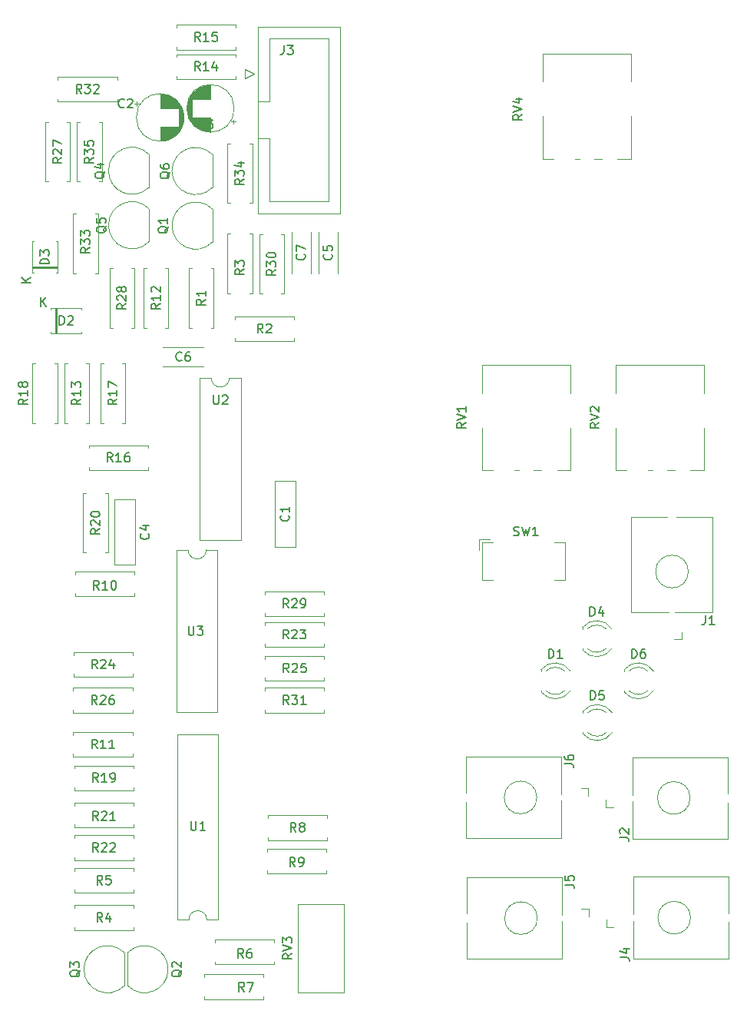
<source format=gbr>
%TF.GenerationSoftware,KiCad,Pcbnew,(6.0.1-0)*%
%TF.CreationDate,2023-01-31T22:38:11+01:00*%
%TF.ProjectId,Yusynth4lfo,59757379-6e74-4683-946c-666f2e6b6963,rev?*%
%TF.SameCoordinates,Original*%
%TF.FileFunction,Legend,Top*%
%TF.FilePolarity,Positive*%
%FSLAX46Y46*%
G04 Gerber Fmt 4.6, Leading zero omitted, Abs format (unit mm)*
G04 Created by KiCad (PCBNEW (6.0.1-0)) date 2023-01-31 22:38:11*
%MOMM*%
%LPD*%
G01*
G04 APERTURE LIST*
%ADD10C,0.150000*%
%ADD11C,0.120000*%
G04 APERTURE END LIST*
D10*
%TO.C,R32*%
X150547142Y-49952380D02*
X150213809Y-49476190D01*
X149975714Y-49952380D02*
X149975714Y-48952380D01*
X150356666Y-48952380D01*
X150451904Y-49000000D01*
X150499523Y-49047619D01*
X150547142Y-49142857D01*
X150547142Y-49285714D01*
X150499523Y-49380952D01*
X150451904Y-49428571D01*
X150356666Y-49476190D01*
X149975714Y-49476190D01*
X150880476Y-48952380D02*
X151499523Y-48952380D01*
X151166190Y-49333333D01*
X151309047Y-49333333D01*
X151404285Y-49380952D01*
X151451904Y-49428571D01*
X151499523Y-49523809D01*
X151499523Y-49761904D01*
X151451904Y-49857142D01*
X151404285Y-49904761D01*
X151309047Y-49952380D01*
X151023333Y-49952380D01*
X150928095Y-49904761D01*
X150880476Y-49857142D01*
X151880476Y-49047619D02*
X151928095Y-49000000D01*
X152023333Y-48952380D01*
X152261428Y-48952380D01*
X152356666Y-49000000D01*
X152404285Y-49047619D01*
X152451904Y-49142857D01*
X152451904Y-49238095D01*
X152404285Y-49380952D01*
X151832857Y-49952380D01*
X152451904Y-49952380D01*
%TO.C,R30*%
X171952380Y-69392857D02*
X171476190Y-69726190D01*
X171952380Y-69964285D02*
X170952380Y-69964285D01*
X170952380Y-69583333D01*
X171000000Y-69488095D01*
X171047619Y-69440476D01*
X171142857Y-69392857D01*
X171285714Y-69392857D01*
X171380952Y-69440476D01*
X171428571Y-69488095D01*
X171476190Y-69583333D01*
X171476190Y-69964285D01*
X170952380Y-69059523D02*
X170952380Y-68440476D01*
X171333333Y-68773809D01*
X171333333Y-68630952D01*
X171380952Y-68535714D01*
X171428571Y-68488095D01*
X171523809Y-68440476D01*
X171761904Y-68440476D01*
X171857142Y-68488095D01*
X171904761Y-68535714D01*
X171952380Y-68630952D01*
X171952380Y-68916666D01*
X171904761Y-69011904D01*
X171857142Y-69059523D01*
X170952380Y-67821428D02*
X170952380Y-67726190D01*
X171000000Y-67630952D01*
X171047619Y-67583333D01*
X171142857Y-67535714D01*
X171333333Y-67488095D01*
X171571428Y-67488095D01*
X171761904Y-67535714D01*
X171857142Y-67583333D01*
X171904761Y-67630952D01*
X171952380Y-67726190D01*
X171952380Y-67821428D01*
X171904761Y-67916666D01*
X171857142Y-67964285D01*
X171761904Y-68011904D01*
X171571428Y-68059523D01*
X171333333Y-68059523D01*
X171142857Y-68011904D01*
X171047619Y-67964285D01*
X171000000Y-67916666D01*
X170952380Y-67821428D01*
%TO.C,C3*%
X164068446Y-53741142D02*
X164020827Y-53788761D01*
X163877970Y-53836380D01*
X163782732Y-53836380D01*
X163639874Y-53788761D01*
X163544636Y-53693523D01*
X163497017Y-53598285D01*
X163449398Y-53407809D01*
X163449398Y-53264952D01*
X163497017Y-53074476D01*
X163544636Y-52979238D01*
X163639874Y-52884000D01*
X163782732Y-52836380D01*
X163877970Y-52836380D01*
X164020827Y-52884000D01*
X164068446Y-52931619D01*
X164401779Y-52836380D02*
X165020827Y-52836380D01*
X164687493Y-53217333D01*
X164830351Y-53217333D01*
X164925589Y-53264952D01*
X164973208Y-53312571D01*
X165020827Y-53407809D01*
X165020827Y-53645904D01*
X164973208Y-53741142D01*
X164925589Y-53788761D01*
X164830351Y-53836380D01*
X164544636Y-53836380D01*
X164449398Y-53788761D01*
X164401779Y-53741142D01*
%TO.C,U2*%
X165078095Y-83217380D02*
X165078095Y-84026904D01*
X165125714Y-84122142D01*
X165173333Y-84169761D01*
X165268571Y-84217380D01*
X165459047Y-84217380D01*
X165554285Y-84169761D01*
X165601904Y-84122142D01*
X165649523Y-84026904D01*
X165649523Y-83217380D01*
X166078095Y-83312619D02*
X166125714Y-83265000D01*
X166220952Y-83217380D01*
X166459047Y-83217380D01*
X166554285Y-83265000D01*
X166601904Y-83312619D01*
X166649523Y-83407857D01*
X166649523Y-83503095D01*
X166601904Y-83645952D01*
X166030476Y-84217380D01*
X166649523Y-84217380D01*
%TO.C,R12*%
X159202380Y-73142857D02*
X158726190Y-73476190D01*
X159202380Y-73714285D02*
X158202380Y-73714285D01*
X158202380Y-73333333D01*
X158250000Y-73238095D01*
X158297619Y-73190476D01*
X158392857Y-73142857D01*
X158535714Y-73142857D01*
X158630952Y-73190476D01*
X158678571Y-73238095D01*
X158726190Y-73333333D01*
X158726190Y-73714285D01*
X159202380Y-72190476D02*
X159202380Y-72761904D01*
X159202380Y-72476190D02*
X158202380Y-72476190D01*
X158345238Y-72571428D01*
X158440476Y-72666666D01*
X158488095Y-72761904D01*
X158297619Y-71809523D02*
X158250000Y-71761904D01*
X158202380Y-71666666D01*
X158202380Y-71428571D01*
X158250000Y-71333333D01*
X158297619Y-71285714D01*
X158392857Y-71238095D01*
X158488095Y-71238095D01*
X158630952Y-71285714D01*
X159202380Y-71857142D01*
X159202380Y-71238095D01*
%TO.C,J4*%
X209952380Y-145163333D02*
X210666666Y-145163333D01*
X210809523Y-145210952D01*
X210904761Y-145306190D01*
X210952380Y-145449047D01*
X210952380Y-145544285D01*
X210285714Y-144258571D02*
X210952380Y-144258571D01*
X209904761Y-144496666D02*
X210619047Y-144734761D01*
X210619047Y-144115714D01*
%TO.C,D5*%
X206656904Y-116792380D02*
X206656904Y-115792380D01*
X206895000Y-115792380D01*
X207037857Y-115840000D01*
X207133095Y-115935238D01*
X207180714Y-116030476D01*
X207228333Y-116220952D01*
X207228333Y-116363809D01*
X207180714Y-116554285D01*
X207133095Y-116649523D01*
X207037857Y-116744761D01*
X206895000Y-116792380D01*
X206656904Y-116792380D01*
X208133095Y-115792380D02*
X207656904Y-115792380D01*
X207609285Y-116268571D01*
X207656904Y-116220952D01*
X207752142Y-116173333D01*
X207990238Y-116173333D01*
X208085476Y-116220952D01*
X208133095Y-116268571D01*
X208180714Y-116363809D01*
X208180714Y-116601904D01*
X208133095Y-116697142D01*
X208085476Y-116744761D01*
X207990238Y-116792380D01*
X207752142Y-116792380D01*
X207656904Y-116744761D01*
X207609285Y-116697142D01*
%TO.C,J1*%
X219346666Y-107502380D02*
X219346666Y-108216666D01*
X219299047Y-108359523D01*
X219203809Y-108454761D01*
X219060952Y-108502380D01*
X218965714Y-108502380D01*
X220346666Y-108502380D02*
X219775238Y-108502380D01*
X220060952Y-108502380D02*
X220060952Y-107502380D01*
X219965714Y-107645238D01*
X219870476Y-107740476D01*
X219775238Y-107788095D01*
%TO.C,C4*%
X157907142Y-98466666D02*
X157954761Y-98514285D01*
X158002380Y-98657142D01*
X158002380Y-98752380D01*
X157954761Y-98895238D01*
X157859523Y-98990476D01*
X157764285Y-99038095D01*
X157573809Y-99085714D01*
X157430952Y-99085714D01*
X157240476Y-99038095D01*
X157145238Y-98990476D01*
X157050000Y-98895238D01*
X157002380Y-98752380D01*
X157002380Y-98657142D01*
X157050000Y-98514285D01*
X157097619Y-98466666D01*
X157335714Y-97609523D02*
X158002380Y-97609523D01*
X156954761Y-97847619D02*
X157669047Y-98085714D01*
X157669047Y-97466666D01*
%TO.C,U3*%
X162338095Y-108657380D02*
X162338095Y-109466904D01*
X162385714Y-109562142D01*
X162433333Y-109609761D01*
X162528571Y-109657380D01*
X162719047Y-109657380D01*
X162814285Y-109609761D01*
X162861904Y-109562142D01*
X162909523Y-109466904D01*
X162909523Y-108657380D01*
X163290476Y-108657380D02*
X163909523Y-108657380D01*
X163576190Y-109038333D01*
X163719047Y-109038333D01*
X163814285Y-109085952D01*
X163861904Y-109133571D01*
X163909523Y-109228809D01*
X163909523Y-109466904D01*
X163861904Y-109562142D01*
X163814285Y-109609761D01*
X163719047Y-109657380D01*
X163433333Y-109657380D01*
X163338095Y-109609761D01*
X163290476Y-109562142D01*
%TO.C,Q5*%
X153297619Y-64575238D02*
X153250000Y-64670476D01*
X153154761Y-64765714D01*
X153011904Y-64908571D01*
X152964285Y-65003809D01*
X152964285Y-65099047D01*
X153202380Y-65051428D02*
X153154761Y-65146666D01*
X153059523Y-65241904D01*
X152869047Y-65289523D01*
X152535714Y-65289523D01*
X152345238Y-65241904D01*
X152250000Y-65146666D01*
X152202380Y-65051428D01*
X152202380Y-64860952D01*
X152250000Y-64765714D01*
X152345238Y-64670476D01*
X152535714Y-64622857D01*
X152869047Y-64622857D01*
X153059523Y-64670476D01*
X153154761Y-64765714D01*
X153202380Y-64860952D01*
X153202380Y-65051428D01*
X152202380Y-63718095D02*
X152202380Y-64194285D01*
X152678571Y-64241904D01*
X152630952Y-64194285D01*
X152583333Y-64099047D01*
X152583333Y-63860952D01*
X152630952Y-63765714D01*
X152678571Y-63718095D01*
X152773809Y-63670476D01*
X153011904Y-63670476D01*
X153107142Y-63718095D01*
X153154761Y-63765714D01*
X153202380Y-63860952D01*
X153202380Y-64099047D01*
X153154761Y-64194285D01*
X153107142Y-64241904D01*
%TO.C,R28*%
X155452380Y-73142857D02*
X154976190Y-73476190D01*
X155452380Y-73714285D02*
X154452380Y-73714285D01*
X154452380Y-73333333D01*
X154500000Y-73238095D01*
X154547619Y-73190476D01*
X154642857Y-73142857D01*
X154785714Y-73142857D01*
X154880952Y-73190476D01*
X154928571Y-73238095D01*
X154976190Y-73333333D01*
X154976190Y-73714285D01*
X154547619Y-72761904D02*
X154500000Y-72714285D01*
X154452380Y-72619047D01*
X154452380Y-72380952D01*
X154500000Y-72285714D01*
X154547619Y-72238095D01*
X154642857Y-72190476D01*
X154738095Y-72190476D01*
X154880952Y-72238095D01*
X155452380Y-72809523D01*
X155452380Y-72190476D01*
X154880952Y-71619047D02*
X154833333Y-71714285D01*
X154785714Y-71761904D01*
X154690476Y-71809523D01*
X154642857Y-71809523D01*
X154547619Y-71761904D01*
X154500000Y-71714285D01*
X154452380Y-71619047D01*
X154452380Y-71428571D01*
X154500000Y-71333333D01*
X154547619Y-71285714D01*
X154642857Y-71238095D01*
X154690476Y-71238095D01*
X154785714Y-71285714D01*
X154833333Y-71333333D01*
X154880952Y-71428571D01*
X154880952Y-71619047D01*
X154928571Y-71714285D01*
X154976190Y-71761904D01*
X155071428Y-71809523D01*
X155261904Y-71809523D01*
X155357142Y-71761904D01*
X155404761Y-71714285D01*
X155452380Y-71619047D01*
X155452380Y-71428571D01*
X155404761Y-71333333D01*
X155357142Y-71285714D01*
X155261904Y-71238095D01*
X155071428Y-71238095D01*
X154976190Y-71285714D01*
X154928571Y-71333333D01*
X154880952Y-71428571D01*
%TO.C,R7*%
X168483333Y-148932380D02*
X168150000Y-148456190D01*
X167911904Y-148932380D02*
X167911904Y-147932380D01*
X168292857Y-147932380D01*
X168388095Y-147980000D01*
X168435714Y-148027619D01*
X168483333Y-148122857D01*
X168483333Y-148265714D01*
X168435714Y-148360952D01*
X168388095Y-148408571D01*
X168292857Y-148456190D01*
X167911904Y-148456190D01*
X168816666Y-147932380D02*
X169483333Y-147932380D01*
X169054761Y-148932380D01*
%TO.C,C6*%
X161583333Y-79357142D02*
X161535714Y-79404761D01*
X161392857Y-79452380D01*
X161297619Y-79452380D01*
X161154761Y-79404761D01*
X161059523Y-79309523D01*
X161011904Y-79214285D01*
X160964285Y-79023809D01*
X160964285Y-78880952D01*
X161011904Y-78690476D01*
X161059523Y-78595238D01*
X161154761Y-78500000D01*
X161297619Y-78452380D01*
X161392857Y-78452380D01*
X161535714Y-78500000D01*
X161583333Y-78547619D01*
X162440476Y-78452380D02*
X162250000Y-78452380D01*
X162154761Y-78500000D01*
X162107142Y-78547619D01*
X162011904Y-78690476D01*
X161964285Y-78880952D01*
X161964285Y-79261904D01*
X162011904Y-79357142D01*
X162059523Y-79404761D01*
X162154761Y-79452380D01*
X162345238Y-79452380D01*
X162440476Y-79404761D01*
X162488095Y-79357142D01*
X162535714Y-79261904D01*
X162535714Y-79023809D01*
X162488095Y-78928571D01*
X162440476Y-78880952D01*
X162345238Y-78833333D01*
X162154761Y-78833333D01*
X162059523Y-78880952D01*
X162011904Y-78928571D01*
X161964285Y-79023809D01*
%TO.C,RV3*%
X173742380Y-144765238D02*
X173266190Y-145098571D01*
X173742380Y-145336666D02*
X172742380Y-145336666D01*
X172742380Y-144955714D01*
X172790000Y-144860476D01*
X172837619Y-144812857D01*
X172932857Y-144765238D01*
X173075714Y-144765238D01*
X173170952Y-144812857D01*
X173218571Y-144860476D01*
X173266190Y-144955714D01*
X173266190Y-145336666D01*
X172742380Y-144479523D02*
X173742380Y-144146190D01*
X172742380Y-143812857D01*
X172742380Y-143574761D02*
X172742380Y-142955714D01*
X173123333Y-143289047D01*
X173123333Y-143146190D01*
X173170952Y-143050952D01*
X173218571Y-143003333D01*
X173313809Y-142955714D01*
X173551904Y-142955714D01*
X173647142Y-143003333D01*
X173694761Y-143050952D01*
X173742380Y-143146190D01*
X173742380Y-143431904D01*
X173694761Y-143527142D01*
X173647142Y-143574761D01*
%TO.C,Q1*%
X160097619Y-64615238D02*
X160050000Y-64710476D01*
X159954761Y-64805714D01*
X159811904Y-64948571D01*
X159764285Y-65043809D01*
X159764285Y-65139047D01*
X160002380Y-65091428D02*
X159954761Y-65186666D01*
X159859523Y-65281904D01*
X159669047Y-65329523D01*
X159335714Y-65329523D01*
X159145238Y-65281904D01*
X159050000Y-65186666D01*
X159002380Y-65091428D01*
X159002380Y-64900952D01*
X159050000Y-64805714D01*
X159145238Y-64710476D01*
X159335714Y-64662857D01*
X159669047Y-64662857D01*
X159859523Y-64710476D01*
X159954761Y-64805714D01*
X160002380Y-64900952D01*
X160002380Y-65091428D01*
X160002380Y-63710476D02*
X160002380Y-64281904D01*
X160002380Y-63996190D02*
X159002380Y-63996190D01*
X159145238Y-64091428D01*
X159240476Y-64186666D01*
X159288095Y-64281904D01*
%TO.C,R29*%
X173347142Y-106652380D02*
X173013809Y-106176190D01*
X172775714Y-106652380D02*
X172775714Y-105652380D01*
X173156666Y-105652380D01*
X173251904Y-105700000D01*
X173299523Y-105747619D01*
X173347142Y-105842857D01*
X173347142Y-105985714D01*
X173299523Y-106080952D01*
X173251904Y-106128571D01*
X173156666Y-106176190D01*
X172775714Y-106176190D01*
X173728095Y-105747619D02*
X173775714Y-105700000D01*
X173870952Y-105652380D01*
X174109047Y-105652380D01*
X174204285Y-105700000D01*
X174251904Y-105747619D01*
X174299523Y-105842857D01*
X174299523Y-105938095D01*
X174251904Y-106080952D01*
X173680476Y-106652380D01*
X174299523Y-106652380D01*
X174775714Y-106652380D02*
X174966190Y-106652380D01*
X175061428Y-106604761D01*
X175109047Y-106557142D01*
X175204285Y-106414285D01*
X175251904Y-106223809D01*
X175251904Y-105842857D01*
X175204285Y-105747619D01*
X175156666Y-105700000D01*
X175061428Y-105652380D01*
X174870952Y-105652380D01*
X174775714Y-105700000D01*
X174728095Y-105747619D01*
X174680476Y-105842857D01*
X174680476Y-106080952D01*
X174728095Y-106176190D01*
X174775714Y-106223809D01*
X174870952Y-106271428D01*
X175061428Y-106271428D01*
X175156666Y-106223809D01*
X175204285Y-106176190D01*
X175251904Y-106080952D01*
%TO.C,R6*%
X168373333Y-145222380D02*
X168040000Y-144746190D01*
X167801904Y-145222380D02*
X167801904Y-144222380D01*
X168182857Y-144222380D01*
X168278095Y-144270000D01*
X168325714Y-144317619D01*
X168373333Y-144412857D01*
X168373333Y-144555714D01*
X168325714Y-144650952D01*
X168278095Y-144698571D01*
X168182857Y-144746190D01*
X167801904Y-144746190D01*
X169230476Y-144222380D02*
X169040000Y-144222380D01*
X168944761Y-144270000D01*
X168897142Y-144317619D01*
X168801904Y-144460476D01*
X168754285Y-144650952D01*
X168754285Y-145031904D01*
X168801904Y-145127142D01*
X168849523Y-145174761D01*
X168944761Y-145222380D01*
X169135238Y-145222380D01*
X169230476Y-145174761D01*
X169278095Y-145127142D01*
X169325714Y-145031904D01*
X169325714Y-144793809D01*
X169278095Y-144698571D01*
X169230476Y-144650952D01*
X169135238Y-144603333D01*
X168944761Y-144603333D01*
X168849523Y-144650952D01*
X168801904Y-144698571D01*
X168754285Y-144793809D01*
%TO.C,R13*%
X150452380Y-83642857D02*
X149976190Y-83976190D01*
X150452380Y-84214285D02*
X149452380Y-84214285D01*
X149452380Y-83833333D01*
X149500000Y-83738095D01*
X149547619Y-83690476D01*
X149642857Y-83642857D01*
X149785714Y-83642857D01*
X149880952Y-83690476D01*
X149928571Y-83738095D01*
X149976190Y-83833333D01*
X149976190Y-84214285D01*
X150452380Y-82690476D02*
X150452380Y-83261904D01*
X150452380Y-82976190D02*
X149452380Y-82976190D01*
X149595238Y-83071428D01*
X149690476Y-83166666D01*
X149738095Y-83261904D01*
X149452380Y-82357142D02*
X149452380Y-81738095D01*
X149833333Y-82071428D01*
X149833333Y-81928571D01*
X149880952Y-81833333D01*
X149928571Y-81785714D01*
X150023809Y-81738095D01*
X150261904Y-81738095D01*
X150357142Y-81785714D01*
X150404761Y-81833333D01*
X150452380Y-81928571D01*
X150452380Y-82214285D01*
X150404761Y-82309523D01*
X150357142Y-82357142D01*
%TO.C,Q4*%
X153097619Y-58575238D02*
X153050000Y-58670476D01*
X152954761Y-58765714D01*
X152811904Y-58908571D01*
X152764285Y-59003809D01*
X152764285Y-59099047D01*
X153002380Y-59051428D02*
X152954761Y-59146666D01*
X152859523Y-59241904D01*
X152669047Y-59289523D01*
X152335714Y-59289523D01*
X152145238Y-59241904D01*
X152050000Y-59146666D01*
X152002380Y-59051428D01*
X152002380Y-58860952D01*
X152050000Y-58765714D01*
X152145238Y-58670476D01*
X152335714Y-58622857D01*
X152669047Y-58622857D01*
X152859523Y-58670476D01*
X152954761Y-58765714D01*
X153002380Y-58860952D01*
X153002380Y-59051428D01*
X152335714Y-57765714D02*
X153002380Y-57765714D01*
X151954761Y-58003809D02*
X152669047Y-58241904D01*
X152669047Y-57622857D01*
%TO.C,R8*%
X174183333Y-131332380D02*
X173850000Y-130856190D01*
X173611904Y-131332380D02*
X173611904Y-130332380D01*
X173992857Y-130332380D01*
X174088095Y-130380000D01*
X174135714Y-130427619D01*
X174183333Y-130522857D01*
X174183333Y-130665714D01*
X174135714Y-130760952D01*
X174088095Y-130808571D01*
X173992857Y-130856190D01*
X173611904Y-130856190D01*
X174754761Y-130760952D02*
X174659523Y-130713333D01*
X174611904Y-130665714D01*
X174564285Y-130570476D01*
X174564285Y-130522857D01*
X174611904Y-130427619D01*
X174659523Y-130380000D01*
X174754761Y-130332380D01*
X174945238Y-130332380D01*
X175040476Y-130380000D01*
X175088095Y-130427619D01*
X175135714Y-130522857D01*
X175135714Y-130570476D01*
X175088095Y-130665714D01*
X175040476Y-130713333D01*
X174945238Y-130760952D01*
X174754761Y-130760952D01*
X174659523Y-130808571D01*
X174611904Y-130856190D01*
X174564285Y-130951428D01*
X174564285Y-131141904D01*
X174611904Y-131237142D01*
X174659523Y-131284761D01*
X174754761Y-131332380D01*
X174945238Y-131332380D01*
X175040476Y-131284761D01*
X175088095Y-131237142D01*
X175135714Y-131141904D01*
X175135714Y-130951428D01*
X175088095Y-130856190D01*
X175040476Y-130808571D01*
X174945238Y-130760952D01*
%TO.C,R15*%
X163607142Y-44202380D02*
X163273809Y-43726190D01*
X163035714Y-44202380D02*
X163035714Y-43202380D01*
X163416666Y-43202380D01*
X163511904Y-43250000D01*
X163559523Y-43297619D01*
X163607142Y-43392857D01*
X163607142Y-43535714D01*
X163559523Y-43630952D01*
X163511904Y-43678571D01*
X163416666Y-43726190D01*
X163035714Y-43726190D01*
X164559523Y-44202380D02*
X163988095Y-44202380D01*
X164273809Y-44202380D02*
X164273809Y-43202380D01*
X164178571Y-43345238D01*
X164083333Y-43440476D01*
X163988095Y-43488095D01*
X165464285Y-43202380D02*
X164988095Y-43202380D01*
X164940476Y-43678571D01*
X164988095Y-43630952D01*
X165083333Y-43583333D01*
X165321428Y-43583333D01*
X165416666Y-43630952D01*
X165464285Y-43678571D01*
X165511904Y-43773809D01*
X165511904Y-44011904D01*
X165464285Y-44107142D01*
X165416666Y-44154761D01*
X165321428Y-44202380D01*
X165083333Y-44202380D01*
X164988095Y-44154761D01*
X164940476Y-44107142D01*
%TO.C,R19*%
X152357142Y-125852380D02*
X152023809Y-125376190D01*
X151785714Y-125852380D02*
X151785714Y-124852380D01*
X152166666Y-124852380D01*
X152261904Y-124900000D01*
X152309523Y-124947619D01*
X152357142Y-125042857D01*
X152357142Y-125185714D01*
X152309523Y-125280952D01*
X152261904Y-125328571D01*
X152166666Y-125376190D01*
X151785714Y-125376190D01*
X153309523Y-125852380D02*
X152738095Y-125852380D01*
X153023809Y-125852380D02*
X153023809Y-124852380D01*
X152928571Y-124995238D01*
X152833333Y-125090476D01*
X152738095Y-125138095D01*
X153785714Y-125852380D02*
X153976190Y-125852380D01*
X154071428Y-125804761D01*
X154119047Y-125757142D01*
X154214285Y-125614285D01*
X154261904Y-125423809D01*
X154261904Y-125042857D01*
X154214285Y-124947619D01*
X154166666Y-124900000D01*
X154071428Y-124852380D01*
X153880952Y-124852380D01*
X153785714Y-124900000D01*
X153738095Y-124947619D01*
X153690476Y-125042857D01*
X153690476Y-125280952D01*
X153738095Y-125376190D01*
X153785714Y-125423809D01*
X153880952Y-125471428D01*
X154071428Y-125471428D01*
X154166666Y-125423809D01*
X154214285Y-125376190D01*
X154261904Y-125280952D01*
%TO.C,C2*%
X155238445Y-51457142D02*
X155190826Y-51504761D01*
X155047969Y-51552380D01*
X154952731Y-51552380D01*
X154809873Y-51504761D01*
X154714635Y-51409523D01*
X154667016Y-51314285D01*
X154619397Y-51123809D01*
X154619397Y-50980952D01*
X154667016Y-50790476D01*
X154714635Y-50695238D01*
X154809873Y-50600000D01*
X154952731Y-50552380D01*
X155047969Y-50552380D01*
X155190826Y-50600000D01*
X155238445Y-50647619D01*
X155619397Y-50647619D02*
X155667016Y-50600000D01*
X155762254Y-50552380D01*
X156000350Y-50552380D01*
X156095588Y-50600000D01*
X156143207Y-50647619D01*
X156190826Y-50742857D01*
X156190826Y-50838095D01*
X156143207Y-50980952D01*
X155571778Y-51552380D01*
X156190826Y-51552380D01*
%TO.C,R2*%
X170533333Y-76352380D02*
X170200000Y-75876190D01*
X169961904Y-76352380D02*
X169961904Y-75352380D01*
X170342857Y-75352380D01*
X170438095Y-75400000D01*
X170485714Y-75447619D01*
X170533333Y-75542857D01*
X170533333Y-75685714D01*
X170485714Y-75780952D01*
X170438095Y-75828571D01*
X170342857Y-75876190D01*
X169961904Y-75876190D01*
X170914285Y-75447619D02*
X170961904Y-75400000D01*
X171057142Y-75352380D01*
X171295238Y-75352380D01*
X171390476Y-75400000D01*
X171438095Y-75447619D01*
X171485714Y-75542857D01*
X171485714Y-75638095D01*
X171438095Y-75780952D01*
X170866666Y-76352380D01*
X171485714Y-76352380D01*
%TO.C,R3*%
X168452380Y-69332857D02*
X167976190Y-69666191D01*
X168452380Y-69904286D02*
X167452380Y-69904286D01*
X167452380Y-69523333D01*
X167500000Y-69428095D01*
X167547619Y-69380476D01*
X167642857Y-69332857D01*
X167785714Y-69332857D01*
X167880952Y-69380476D01*
X167928571Y-69428095D01*
X167976190Y-69523333D01*
X167976190Y-69904286D01*
X167452380Y-68999524D02*
X167452380Y-68380476D01*
X167833333Y-68713810D01*
X167833333Y-68570952D01*
X167880952Y-68475714D01*
X167928571Y-68428095D01*
X168023809Y-68380476D01*
X168261904Y-68380476D01*
X168357142Y-68428095D01*
X168404761Y-68475714D01*
X168452380Y-68570952D01*
X168452380Y-68856667D01*
X168404761Y-68951905D01*
X168357142Y-68999524D01*
%TO.C,C5*%
X178107142Y-67666666D02*
X178154761Y-67714285D01*
X178202380Y-67857142D01*
X178202380Y-67952380D01*
X178154761Y-68095238D01*
X178059523Y-68190476D01*
X177964285Y-68238095D01*
X177773809Y-68285714D01*
X177630952Y-68285714D01*
X177440476Y-68238095D01*
X177345238Y-68190476D01*
X177250000Y-68095238D01*
X177202380Y-67952380D01*
X177202380Y-67857142D01*
X177250000Y-67714285D01*
X177297619Y-67666666D01*
X177202380Y-66761904D02*
X177202380Y-67238095D01*
X177678571Y-67285714D01*
X177630952Y-67238095D01*
X177583333Y-67142857D01*
X177583333Y-66904761D01*
X177630952Y-66809523D01*
X177678571Y-66761904D01*
X177773809Y-66714285D01*
X178011904Y-66714285D01*
X178107142Y-66761904D01*
X178154761Y-66809523D01*
X178202380Y-66904761D01*
X178202380Y-67142857D01*
X178154761Y-67238095D01*
X178107142Y-67285714D01*
%TO.C,R22*%
X152357142Y-133552380D02*
X152023809Y-133076190D01*
X151785714Y-133552380D02*
X151785714Y-132552380D01*
X152166666Y-132552380D01*
X152261904Y-132600000D01*
X152309523Y-132647619D01*
X152357142Y-132742857D01*
X152357142Y-132885714D01*
X152309523Y-132980952D01*
X152261904Y-133028571D01*
X152166666Y-133076190D01*
X151785714Y-133076190D01*
X152738095Y-132647619D02*
X152785714Y-132600000D01*
X152880952Y-132552380D01*
X153119047Y-132552380D01*
X153214285Y-132600000D01*
X153261904Y-132647619D01*
X153309523Y-132742857D01*
X153309523Y-132838095D01*
X153261904Y-132980952D01*
X152690476Y-133552380D01*
X153309523Y-133552380D01*
X153690476Y-132647619D02*
X153738095Y-132600000D01*
X153833333Y-132552380D01*
X154071428Y-132552380D01*
X154166666Y-132600000D01*
X154214285Y-132647619D01*
X154261904Y-132742857D01*
X154261904Y-132838095D01*
X154214285Y-132980952D01*
X153642857Y-133552380D01*
X154261904Y-133552380D01*
%TO.C,R35*%
X151852380Y-57042857D02*
X151376190Y-57376190D01*
X151852380Y-57614285D02*
X150852380Y-57614285D01*
X150852380Y-57233333D01*
X150900000Y-57138095D01*
X150947619Y-57090476D01*
X151042857Y-57042857D01*
X151185714Y-57042857D01*
X151280952Y-57090476D01*
X151328571Y-57138095D01*
X151376190Y-57233333D01*
X151376190Y-57614285D01*
X150852380Y-56709523D02*
X150852380Y-56090476D01*
X151233333Y-56423809D01*
X151233333Y-56280952D01*
X151280952Y-56185714D01*
X151328571Y-56138095D01*
X151423809Y-56090476D01*
X151661904Y-56090476D01*
X151757142Y-56138095D01*
X151804761Y-56185714D01*
X151852380Y-56280952D01*
X151852380Y-56566666D01*
X151804761Y-56661904D01*
X151757142Y-56709523D01*
X150852380Y-55185714D02*
X150852380Y-55661904D01*
X151328571Y-55709523D01*
X151280952Y-55661904D01*
X151233333Y-55566666D01*
X151233333Y-55328571D01*
X151280952Y-55233333D01*
X151328571Y-55185714D01*
X151423809Y-55138095D01*
X151661904Y-55138095D01*
X151757142Y-55185714D01*
X151804761Y-55233333D01*
X151852380Y-55328571D01*
X151852380Y-55566666D01*
X151804761Y-55661904D01*
X151757142Y-55709523D01*
%TO.C,U1*%
X162603095Y-130157380D02*
X162603095Y-130966904D01*
X162650714Y-131062142D01*
X162698333Y-131109761D01*
X162793571Y-131157380D01*
X162984047Y-131157380D01*
X163079285Y-131109761D01*
X163126904Y-131062142D01*
X163174523Y-130966904D01*
X163174523Y-130157380D01*
X164174523Y-131157380D02*
X163603095Y-131157380D01*
X163888809Y-131157380D02*
X163888809Y-130157380D01*
X163793571Y-130300238D01*
X163698333Y-130395476D01*
X163603095Y-130443095D01*
%TO.C,D4*%
X206606904Y-107542380D02*
X206606904Y-106542380D01*
X206845000Y-106542380D01*
X206987857Y-106590000D01*
X207083095Y-106685238D01*
X207130714Y-106780476D01*
X207178333Y-106970952D01*
X207178333Y-107113809D01*
X207130714Y-107304285D01*
X207083095Y-107399523D01*
X206987857Y-107494761D01*
X206845000Y-107542380D01*
X206606904Y-107542380D01*
X208035476Y-106875714D02*
X208035476Y-107542380D01*
X207797380Y-106494761D02*
X207559285Y-107209047D01*
X208178333Y-107209047D01*
%TO.C,R1*%
X164202380Y-72666666D02*
X163726190Y-73000000D01*
X164202380Y-73238095D02*
X163202380Y-73238095D01*
X163202380Y-72857142D01*
X163250000Y-72761904D01*
X163297619Y-72714285D01*
X163392857Y-72666666D01*
X163535714Y-72666666D01*
X163630952Y-72714285D01*
X163678571Y-72761904D01*
X163726190Y-72857142D01*
X163726190Y-73238095D01*
X164202380Y-71714285D02*
X164202380Y-72285714D01*
X164202380Y-72000000D02*
X163202380Y-72000000D01*
X163345238Y-72095238D01*
X163440476Y-72190476D01*
X163488095Y-72285714D01*
%TO.C,R14*%
X163607142Y-47452380D02*
X163273809Y-46976190D01*
X163035714Y-47452380D02*
X163035714Y-46452380D01*
X163416666Y-46452380D01*
X163511904Y-46500000D01*
X163559523Y-46547619D01*
X163607142Y-46642857D01*
X163607142Y-46785714D01*
X163559523Y-46880952D01*
X163511904Y-46928571D01*
X163416666Y-46976190D01*
X163035714Y-46976190D01*
X164559523Y-47452380D02*
X163988095Y-47452380D01*
X164273809Y-47452380D02*
X164273809Y-46452380D01*
X164178571Y-46595238D01*
X164083333Y-46690476D01*
X163988095Y-46738095D01*
X165416666Y-46785714D02*
X165416666Y-47452380D01*
X165178571Y-46404761D02*
X164940476Y-47119047D01*
X165559523Y-47119047D01*
%TO.C,R9*%
X174083333Y-135157380D02*
X173750000Y-134681190D01*
X173511904Y-135157380D02*
X173511904Y-134157380D01*
X173892857Y-134157380D01*
X173988095Y-134205000D01*
X174035714Y-134252619D01*
X174083333Y-134347857D01*
X174083333Y-134490714D01*
X174035714Y-134585952D01*
X173988095Y-134633571D01*
X173892857Y-134681190D01*
X173511904Y-134681190D01*
X174559523Y-135157380D02*
X174750000Y-135157380D01*
X174845238Y-135109761D01*
X174892857Y-135062142D01*
X174988095Y-134919285D01*
X175035714Y-134728809D01*
X175035714Y-134347857D01*
X174988095Y-134252619D01*
X174940476Y-134205000D01*
X174845238Y-134157380D01*
X174654761Y-134157380D01*
X174559523Y-134205000D01*
X174511904Y-134252619D01*
X174464285Y-134347857D01*
X174464285Y-134585952D01*
X174511904Y-134681190D01*
X174559523Y-134728809D01*
X174654761Y-134776428D01*
X174845238Y-134776428D01*
X174940476Y-134728809D01*
X174988095Y-134681190D01*
X175035714Y-134585952D01*
%TO.C,R4*%
X152833333Y-141252380D02*
X152500000Y-140776190D01*
X152261904Y-141252380D02*
X152261904Y-140252380D01*
X152642857Y-140252380D01*
X152738095Y-140300000D01*
X152785714Y-140347619D01*
X152833333Y-140442857D01*
X152833333Y-140585714D01*
X152785714Y-140680952D01*
X152738095Y-140728571D01*
X152642857Y-140776190D01*
X152261904Y-140776190D01*
X153690476Y-140585714D02*
X153690476Y-141252380D01*
X153452380Y-140204761D02*
X153214285Y-140919047D01*
X153833333Y-140919047D01*
%TO.C,D1*%
X202041904Y-112192380D02*
X202041904Y-111192380D01*
X202280000Y-111192380D01*
X202422857Y-111240000D01*
X202518095Y-111335238D01*
X202565714Y-111430476D01*
X202613333Y-111620952D01*
X202613333Y-111763809D01*
X202565714Y-111954285D01*
X202518095Y-112049523D01*
X202422857Y-112144761D01*
X202280000Y-112192380D01*
X202041904Y-112192380D01*
X203565714Y-112192380D02*
X202994285Y-112192380D01*
X203280000Y-112192380D02*
X203280000Y-111192380D01*
X203184761Y-111335238D01*
X203089523Y-111430476D01*
X202994285Y-111478095D01*
%TO.C,R24*%
X152267142Y-113352380D02*
X151933809Y-112876190D01*
X151695714Y-113352380D02*
X151695714Y-112352380D01*
X152076666Y-112352380D01*
X152171904Y-112400000D01*
X152219523Y-112447619D01*
X152267142Y-112542857D01*
X152267142Y-112685714D01*
X152219523Y-112780952D01*
X152171904Y-112828571D01*
X152076666Y-112876190D01*
X151695714Y-112876190D01*
X152648095Y-112447619D02*
X152695714Y-112400000D01*
X152790952Y-112352380D01*
X153029047Y-112352380D01*
X153124285Y-112400000D01*
X153171904Y-112447619D01*
X153219523Y-112542857D01*
X153219523Y-112638095D01*
X153171904Y-112780952D01*
X152600476Y-113352380D01*
X153219523Y-113352380D01*
X154076666Y-112685714D02*
X154076666Y-113352380D01*
X153838571Y-112304761D02*
X153600476Y-113019047D01*
X154219523Y-113019047D01*
%TO.C,R11*%
X152257142Y-122152380D02*
X151923809Y-121676190D01*
X151685714Y-122152380D02*
X151685714Y-121152380D01*
X152066666Y-121152380D01*
X152161904Y-121200000D01*
X152209523Y-121247619D01*
X152257142Y-121342857D01*
X152257142Y-121485714D01*
X152209523Y-121580952D01*
X152161904Y-121628571D01*
X152066666Y-121676190D01*
X151685714Y-121676190D01*
X153209523Y-122152380D02*
X152638095Y-122152380D01*
X152923809Y-122152380D02*
X152923809Y-121152380D01*
X152828571Y-121295238D01*
X152733333Y-121390476D01*
X152638095Y-121438095D01*
X154161904Y-122152380D02*
X153590476Y-122152380D01*
X153876190Y-122152380D02*
X153876190Y-121152380D01*
X153780952Y-121295238D01*
X153685714Y-121390476D01*
X153590476Y-121438095D01*
%TO.C,R27*%
X148352380Y-57042857D02*
X147876190Y-57376190D01*
X148352380Y-57614285D02*
X147352380Y-57614285D01*
X147352380Y-57233333D01*
X147400000Y-57138095D01*
X147447619Y-57090476D01*
X147542857Y-57042857D01*
X147685714Y-57042857D01*
X147780952Y-57090476D01*
X147828571Y-57138095D01*
X147876190Y-57233333D01*
X147876190Y-57614285D01*
X147447619Y-56661904D02*
X147400000Y-56614285D01*
X147352380Y-56519047D01*
X147352380Y-56280952D01*
X147400000Y-56185714D01*
X147447619Y-56138095D01*
X147542857Y-56090476D01*
X147638095Y-56090476D01*
X147780952Y-56138095D01*
X148352380Y-56709523D01*
X148352380Y-56090476D01*
X147352380Y-55757142D02*
X147352380Y-55090476D01*
X148352380Y-55519047D01*
%TO.C,R23*%
X173347142Y-110052380D02*
X173013809Y-109576190D01*
X172775714Y-110052380D02*
X172775714Y-109052380D01*
X173156666Y-109052380D01*
X173251904Y-109100000D01*
X173299523Y-109147619D01*
X173347142Y-109242857D01*
X173347142Y-109385714D01*
X173299523Y-109480952D01*
X173251904Y-109528571D01*
X173156666Y-109576190D01*
X172775714Y-109576190D01*
X173728095Y-109147619D02*
X173775714Y-109100000D01*
X173870952Y-109052380D01*
X174109047Y-109052380D01*
X174204285Y-109100000D01*
X174251904Y-109147619D01*
X174299523Y-109242857D01*
X174299523Y-109338095D01*
X174251904Y-109480952D01*
X173680476Y-110052380D01*
X174299523Y-110052380D01*
X174632857Y-109052380D02*
X175251904Y-109052380D01*
X174918571Y-109433333D01*
X175061428Y-109433333D01*
X175156666Y-109480952D01*
X175204285Y-109528571D01*
X175251904Y-109623809D01*
X175251904Y-109861904D01*
X175204285Y-109957142D01*
X175156666Y-110004761D01*
X175061428Y-110052380D01*
X174775714Y-110052380D01*
X174680476Y-110004761D01*
X174632857Y-109957142D01*
%TO.C,J6*%
X203802380Y-123853333D02*
X204516666Y-123853333D01*
X204659523Y-123900952D01*
X204754761Y-123996190D01*
X204802380Y-124139047D01*
X204802380Y-124234285D01*
X203802380Y-122948571D02*
X203802380Y-123139047D01*
X203850000Y-123234285D01*
X203897619Y-123281904D01*
X204040476Y-123377142D01*
X204230952Y-123424761D01*
X204611904Y-123424761D01*
X204707142Y-123377142D01*
X204754761Y-123329523D01*
X204802380Y-123234285D01*
X204802380Y-123043809D01*
X204754761Y-122948571D01*
X204707142Y-122900952D01*
X204611904Y-122853333D01*
X204373809Y-122853333D01*
X204278571Y-122900952D01*
X204230952Y-122948571D01*
X204183333Y-123043809D01*
X204183333Y-123234285D01*
X204230952Y-123329523D01*
X204278571Y-123377142D01*
X204373809Y-123424761D01*
%TO.C,R25*%
X173397142Y-113782380D02*
X173063809Y-113306190D01*
X172825714Y-113782380D02*
X172825714Y-112782380D01*
X173206666Y-112782380D01*
X173301904Y-112830000D01*
X173349523Y-112877619D01*
X173397142Y-112972857D01*
X173397142Y-113115714D01*
X173349523Y-113210952D01*
X173301904Y-113258571D01*
X173206666Y-113306190D01*
X172825714Y-113306190D01*
X173778095Y-112877619D02*
X173825714Y-112830000D01*
X173920952Y-112782380D01*
X174159047Y-112782380D01*
X174254285Y-112830000D01*
X174301904Y-112877619D01*
X174349523Y-112972857D01*
X174349523Y-113068095D01*
X174301904Y-113210952D01*
X173730476Y-113782380D01*
X174349523Y-113782380D01*
X175254285Y-112782380D02*
X174778095Y-112782380D01*
X174730476Y-113258571D01*
X174778095Y-113210952D01*
X174873333Y-113163333D01*
X175111428Y-113163333D01*
X175206666Y-113210952D01*
X175254285Y-113258571D01*
X175301904Y-113353809D01*
X175301904Y-113591904D01*
X175254285Y-113687142D01*
X175206666Y-113734761D01*
X175111428Y-113782380D01*
X174873333Y-113782380D01*
X174778095Y-113734761D01*
X174730476Y-113687142D01*
%TO.C,SW1*%
X198209166Y-98654761D02*
X198352023Y-98702380D01*
X198590119Y-98702380D01*
X198685357Y-98654761D01*
X198732976Y-98607142D01*
X198780595Y-98511904D01*
X198780595Y-98416666D01*
X198732976Y-98321428D01*
X198685357Y-98273809D01*
X198590119Y-98226190D01*
X198399642Y-98178571D01*
X198304404Y-98130952D01*
X198256785Y-98083333D01*
X198209166Y-97988095D01*
X198209166Y-97892857D01*
X198256785Y-97797619D01*
X198304404Y-97750000D01*
X198399642Y-97702380D01*
X198637738Y-97702380D01*
X198780595Y-97750000D01*
X199113928Y-97702380D02*
X199352023Y-98702380D01*
X199542500Y-97988095D01*
X199732976Y-98702380D01*
X199971071Y-97702380D01*
X200875833Y-98702380D02*
X200304404Y-98702380D01*
X200590119Y-98702380D02*
X200590119Y-97702380D01*
X200494880Y-97845238D01*
X200399642Y-97940476D01*
X200304404Y-97988095D01*
%TO.C,J3*%
X172866666Y-44652380D02*
X172866666Y-45366666D01*
X172819047Y-45509523D01*
X172723809Y-45604761D01*
X172580952Y-45652380D01*
X172485714Y-45652380D01*
X173247619Y-44652380D02*
X173866666Y-44652380D01*
X173533333Y-45033333D01*
X173676190Y-45033333D01*
X173771428Y-45080952D01*
X173819047Y-45128571D01*
X173866666Y-45223809D01*
X173866666Y-45461904D01*
X173819047Y-45557142D01*
X173771428Y-45604761D01*
X173676190Y-45652380D01*
X173390476Y-45652380D01*
X173295238Y-45604761D01*
X173247619Y-45557142D01*
%TO.C,R10*%
X152457142Y-104642380D02*
X152123809Y-104166190D01*
X151885714Y-104642380D02*
X151885714Y-103642380D01*
X152266666Y-103642380D01*
X152361904Y-103690000D01*
X152409523Y-103737619D01*
X152457142Y-103832857D01*
X152457142Y-103975714D01*
X152409523Y-104070952D01*
X152361904Y-104118571D01*
X152266666Y-104166190D01*
X151885714Y-104166190D01*
X153409523Y-104642380D02*
X152838095Y-104642380D01*
X153123809Y-104642380D02*
X153123809Y-103642380D01*
X153028571Y-103785238D01*
X152933333Y-103880476D01*
X152838095Y-103928095D01*
X154028571Y-103642380D02*
X154123809Y-103642380D01*
X154219047Y-103690000D01*
X154266666Y-103737619D01*
X154314285Y-103832857D01*
X154361904Y-104023333D01*
X154361904Y-104261428D01*
X154314285Y-104451904D01*
X154266666Y-104547142D01*
X154219047Y-104594761D01*
X154123809Y-104642380D01*
X154028571Y-104642380D01*
X153933333Y-104594761D01*
X153885714Y-104547142D01*
X153838095Y-104451904D01*
X153790476Y-104261428D01*
X153790476Y-104023333D01*
X153838095Y-103832857D01*
X153885714Y-103737619D01*
X153933333Y-103690000D01*
X154028571Y-103642380D01*
%TO.C,Q2*%
X161597619Y-146575238D02*
X161550000Y-146670476D01*
X161454761Y-146765714D01*
X161311904Y-146908571D01*
X161264285Y-147003809D01*
X161264285Y-147099047D01*
X161502380Y-147051428D02*
X161454761Y-147146666D01*
X161359523Y-147241904D01*
X161169047Y-147289523D01*
X160835714Y-147289523D01*
X160645238Y-147241904D01*
X160550000Y-147146666D01*
X160502380Y-147051428D01*
X160502380Y-146860952D01*
X160550000Y-146765714D01*
X160645238Y-146670476D01*
X160835714Y-146622857D01*
X161169047Y-146622857D01*
X161359523Y-146670476D01*
X161454761Y-146765714D01*
X161502380Y-146860952D01*
X161502380Y-147051428D01*
X160597619Y-146241904D02*
X160550000Y-146194285D01*
X160502380Y-146099047D01*
X160502380Y-145860952D01*
X160550000Y-145765714D01*
X160597619Y-145718095D01*
X160692857Y-145670476D01*
X160788095Y-145670476D01*
X160930952Y-145718095D01*
X161502380Y-146289523D01*
X161502380Y-145670476D01*
%TO.C,D3*%
X146952380Y-68738095D02*
X145952380Y-68738095D01*
X145952380Y-68500000D01*
X146000000Y-68357142D01*
X146095238Y-68261904D01*
X146190476Y-68214285D01*
X146380952Y-68166666D01*
X146523809Y-68166666D01*
X146714285Y-68214285D01*
X146809523Y-68261904D01*
X146904761Y-68357142D01*
X146952380Y-68500000D01*
X146952380Y-68738095D01*
X145952380Y-67833333D02*
X145952380Y-67214285D01*
X146333333Y-67547619D01*
X146333333Y-67404761D01*
X146380952Y-67309523D01*
X146428571Y-67261904D01*
X146523809Y-67214285D01*
X146761904Y-67214285D01*
X146857142Y-67261904D01*
X146904761Y-67309523D01*
X146952380Y-67404761D01*
X146952380Y-67690476D01*
X146904761Y-67785714D01*
X146857142Y-67833333D01*
X144952380Y-70801904D02*
X143952380Y-70801904D01*
X144952380Y-70230476D02*
X144380952Y-70659047D01*
X143952380Y-70230476D02*
X144523809Y-70801904D01*
%TO.C,D6*%
X211206904Y-112192380D02*
X211206904Y-111192380D01*
X211445000Y-111192380D01*
X211587857Y-111240000D01*
X211683095Y-111335238D01*
X211730714Y-111430476D01*
X211778333Y-111620952D01*
X211778333Y-111763809D01*
X211730714Y-111954285D01*
X211683095Y-112049523D01*
X211587857Y-112144761D01*
X211445000Y-112192380D01*
X211206904Y-112192380D01*
X212635476Y-111192380D02*
X212445000Y-111192380D01*
X212349761Y-111240000D01*
X212302142Y-111287619D01*
X212206904Y-111430476D01*
X212159285Y-111620952D01*
X212159285Y-112001904D01*
X212206904Y-112097142D01*
X212254523Y-112144761D01*
X212349761Y-112192380D01*
X212540238Y-112192380D01*
X212635476Y-112144761D01*
X212683095Y-112097142D01*
X212730714Y-112001904D01*
X212730714Y-111763809D01*
X212683095Y-111668571D01*
X212635476Y-111620952D01*
X212540238Y-111573333D01*
X212349761Y-111573333D01*
X212254523Y-111620952D01*
X212206904Y-111668571D01*
X212159285Y-111763809D01*
%TO.C,RV4*%
X199142380Y-52270238D02*
X198666190Y-52603571D01*
X199142380Y-52841666D02*
X198142380Y-52841666D01*
X198142380Y-52460714D01*
X198190000Y-52365476D01*
X198237619Y-52317857D01*
X198332857Y-52270238D01*
X198475714Y-52270238D01*
X198570952Y-52317857D01*
X198618571Y-52365476D01*
X198666190Y-52460714D01*
X198666190Y-52841666D01*
X198142380Y-51984523D02*
X199142380Y-51651190D01*
X198142380Y-51317857D01*
X198475714Y-50555952D02*
X199142380Y-50555952D01*
X198094761Y-50794047D02*
X198809047Y-51032142D01*
X198809047Y-50413095D01*
%TO.C,R33*%
X151452380Y-66952857D02*
X150976190Y-67286190D01*
X151452380Y-67524285D02*
X150452380Y-67524285D01*
X150452380Y-67143333D01*
X150500000Y-67048095D01*
X150547619Y-67000476D01*
X150642857Y-66952857D01*
X150785714Y-66952857D01*
X150880952Y-67000476D01*
X150928571Y-67048095D01*
X150976190Y-67143333D01*
X150976190Y-67524285D01*
X150452380Y-66619523D02*
X150452380Y-66000476D01*
X150833333Y-66333809D01*
X150833333Y-66190952D01*
X150880952Y-66095714D01*
X150928571Y-66048095D01*
X151023809Y-66000476D01*
X151261904Y-66000476D01*
X151357142Y-66048095D01*
X151404761Y-66095714D01*
X151452380Y-66190952D01*
X151452380Y-66476666D01*
X151404761Y-66571904D01*
X151357142Y-66619523D01*
X150452380Y-65667142D02*
X150452380Y-65048095D01*
X150833333Y-65381428D01*
X150833333Y-65238571D01*
X150880952Y-65143333D01*
X150928571Y-65095714D01*
X151023809Y-65048095D01*
X151261904Y-65048095D01*
X151357142Y-65095714D01*
X151404761Y-65143333D01*
X151452380Y-65238571D01*
X151452380Y-65524285D01*
X151404761Y-65619523D01*
X151357142Y-65667142D01*
%TO.C,RV1*%
X192912380Y-86260238D02*
X192436190Y-86593571D01*
X192912380Y-86831666D02*
X191912380Y-86831666D01*
X191912380Y-86450714D01*
X191960000Y-86355476D01*
X192007619Y-86307857D01*
X192102857Y-86260238D01*
X192245714Y-86260238D01*
X192340952Y-86307857D01*
X192388571Y-86355476D01*
X192436190Y-86450714D01*
X192436190Y-86831666D01*
X191912380Y-85974523D02*
X192912380Y-85641190D01*
X191912380Y-85307857D01*
X192912380Y-84450714D02*
X192912380Y-85022142D01*
X192912380Y-84736428D02*
X191912380Y-84736428D01*
X192055238Y-84831666D01*
X192150476Y-84926904D01*
X192198095Y-85022142D01*
%TO.C,R21*%
X152357142Y-130077380D02*
X152023809Y-129601190D01*
X151785714Y-130077380D02*
X151785714Y-129077380D01*
X152166666Y-129077380D01*
X152261904Y-129125000D01*
X152309523Y-129172619D01*
X152357142Y-129267857D01*
X152357142Y-129410714D01*
X152309523Y-129505952D01*
X152261904Y-129553571D01*
X152166666Y-129601190D01*
X151785714Y-129601190D01*
X152738095Y-129172619D02*
X152785714Y-129125000D01*
X152880952Y-129077380D01*
X153119047Y-129077380D01*
X153214285Y-129125000D01*
X153261904Y-129172619D01*
X153309523Y-129267857D01*
X153309523Y-129363095D01*
X153261904Y-129505952D01*
X152690476Y-130077380D01*
X153309523Y-130077380D01*
X154261904Y-130077380D02*
X153690476Y-130077380D01*
X153976190Y-130077380D02*
X153976190Y-129077380D01*
X153880952Y-129220238D01*
X153785714Y-129315476D01*
X153690476Y-129363095D01*
%TO.C,R5*%
X152833333Y-137152380D02*
X152500000Y-136676190D01*
X152261904Y-137152380D02*
X152261904Y-136152380D01*
X152642857Y-136152380D01*
X152738095Y-136200000D01*
X152785714Y-136247619D01*
X152833333Y-136342857D01*
X152833333Y-136485714D01*
X152785714Y-136580952D01*
X152738095Y-136628571D01*
X152642857Y-136676190D01*
X152261904Y-136676190D01*
X153738095Y-136152380D02*
X153261904Y-136152380D01*
X153214285Y-136628571D01*
X153261904Y-136580952D01*
X153357142Y-136533333D01*
X153595238Y-136533333D01*
X153690476Y-136580952D01*
X153738095Y-136628571D01*
X153785714Y-136723809D01*
X153785714Y-136961904D01*
X153738095Y-137057142D01*
X153690476Y-137104761D01*
X153595238Y-137152380D01*
X153357142Y-137152380D01*
X153261904Y-137104761D01*
X153214285Y-137057142D01*
%TO.C,C7*%
X175107142Y-67666666D02*
X175154761Y-67714285D01*
X175202380Y-67857142D01*
X175202380Y-67952380D01*
X175154761Y-68095238D01*
X175059523Y-68190476D01*
X174964285Y-68238095D01*
X174773809Y-68285714D01*
X174630952Y-68285714D01*
X174440476Y-68238095D01*
X174345238Y-68190476D01*
X174250000Y-68095238D01*
X174202380Y-67952380D01*
X174202380Y-67857142D01*
X174250000Y-67714285D01*
X174297619Y-67666666D01*
X174202380Y-67333333D02*
X174202380Y-66666666D01*
X175202380Y-67095238D01*
%TO.C,R26*%
X152247142Y-117282380D02*
X151913809Y-116806190D01*
X151675714Y-117282380D02*
X151675714Y-116282380D01*
X152056666Y-116282380D01*
X152151904Y-116330000D01*
X152199523Y-116377619D01*
X152247142Y-116472857D01*
X152247142Y-116615714D01*
X152199523Y-116710952D01*
X152151904Y-116758571D01*
X152056666Y-116806190D01*
X151675714Y-116806190D01*
X152628095Y-116377619D02*
X152675714Y-116330000D01*
X152770952Y-116282380D01*
X153009047Y-116282380D01*
X153104285Y-116330000D01*
X153151904Y-116377619D01*
X153199523Y-116472857D01*
X153199523Y-116568095D01*
X153151904Y-116710952D01*
X152580476Y-117282380D01*
X153199523Y-117282380D01*
X154056666Y-116282380D02*
X153866190Y-116282380D01*
X153770952Y-116330000D01*
X153723333Y-116377619D01*
X153628095Y-116520476D01*
X153580476Y-116710952D01*
X153580476Y-117091904D01*
X153628095Y-117187142D01*
X153675714Y-117234761D01*
X153770952Y-117282380D01*
X153961428Y-117282380D01*
X154056666Y-117234761D01*
X154104285Y-117187142D01*
X154151904Y-117091904D01*
X154151904Y-116853809D01*
X154104285Y-116758571D01*
X154056666Y-116710952D01*
X153961428Y-116663333D01*
X153770952Y-116663333D01*
X153675714Y-116710952D01*
X153628095Y-116758571D01*
X153580476Y-116853809D01*
%TO.C,D2*%
X148101904Y-75452380D02*
X148101904Y-74452380D01*
X148340000Y-74452380D01*
X148482857Y-74500000D01*
X148578095Y-74595238D01*
X148625714Y-74690476D01*
X148673333Y-74880952D01*
X148673333Y-75023809D01*
X148625714Y-75214285D01*
X148578095Y-75309523D01*
X148482857Y-75404761D01*
X148340000Y-75452380D01*
X148101904Y-75452380D01*
X149054285Y-74547619D02*
X149101904Y-74500000D01*
X149197142Y-74452380D01*
X149435238Y-74452380D01*
X149530476Y-74500000D01*
X149578095Y-74547619D01*
X149625714Y-74642857D01*
X149625714Y-74738095D01*
X149578095Y-74880952D01*
X149006666Y-75452380D01*
X149625714Y-75452380D01*
X146038095Y-73452380D02*
X146038095Y-72452380D01*
X146609523Y-73452380D02*
X146180952Y-72880952D01*
X146609523Y-72452380D02*
X146038095Y-73023809D01*
%TO.C,Q3*%
X150387619Y-146575238D02*
X150340000Y-146670476D01*
X150244761Y-146765714D01*
X150101904Y-146908571D01*
X150054285Y-147003809D01*
X150054285Y-147099047D01*
X150292380Y-147051428D02*
X150244761Y-147146666D01*
X150149523Y-147241904D01*
X149959047Y-147289523D01*
X149625714Y-147289523D01*
X149435238Y-147241904D01*
X149340000Y-147146666D01*
X149292380Y-147051428D01*
X149292380Y-146860952D01*
X149340000Y-146765714D01*
X149435238Y-146670476D01*
X149625714Y-146622857D01*
X149959047Y-146622857D01*
X150149523Y-146670476D01*
X150244761Y-146765714D01*
X150292380Y-146860952D01*
X150292380Y-147051428D01*
X149292380Y-146289523D02*
X149292380Y-145670476D01*
X149673333Y-146003809D01*
X149673333Y-145860952D01*
X149720952Y-145765714D01*
X149768571Y-145718095D01*
X149863809Y-145670476D01*
X150101904Y-145670476D01*
X150197142Y-145718095D01*
X150244761Y-145765714D01*
X150292380Y-145860952D01*
X150292380Y-146146666D01*
X150244761Y-146241904D01*
X150197142Y-146289523D01*
%TO.C,J2*%
X209902380Y-131963333D02*
X210616666Y-131963333D01*
X210759523Y-132010952D01*
X210854761Y-132106190D01*
X210902380Y-132249047D01*
X210902380Y-132344285D01*
X209997619Y-131534761D02*
X209950000Y-131487142D01*
X209902380Y-131391904D01*
X209902380Y-131153809D01*
X209950000Y-131058571D01*
X209997619Y-131010952D01*
X210092857Y-130963333D01*
X210188095Y-130963333D01*
X210330952Y-131010952D01*
X210902380Y-131582380D01*
X210902380Y-130963333D01*
%TO.C,RV2*%
X207612380Y-86260238D02*
X207136190Y-86593571D01*
X207612380Y-86831666D02*
X206612380Y-86831666D01*
X206612380Y-86450714D01*
X206660000Y-86355476D01*
X206707619Y-86307857D01*
X206802857Y-86260238D01*
X206945714Y-86260238D01*
X207040952Y-86307857D01*
X207088571Y-86355476D01*
X207136190Y-86450714D01*
X207136190Y-86831666D01*
X206612380Y-85974523D02*
X207612380Y-85641190D01*
X206612380Y-85307857D01*
X206707619Y-85022142D02*
X206660000Y-84974523D01*
X206612380Y-84879285D01*
X206612380Y-84641190D01*
X206660000Y-84545952D01*
X206707619Y-84498333D01*
X206802857Y-84450714D01*
X206898095Y-84450714D01*
X207040952Y-84498333D01*
X207612380Y-85069761D01*
X207612380Y-84450714D01*
%TO.C,C1*%
X173357142Y-96466666D02*
X173404761Y-96514285D01*
X173452380Y-96657142D01*
X173452380Y-96752380D01*
X173404761Y-96895238D01*
X173309523Y-96990476D01*
X173214285Y-97038095D01*
X173023809Y-97085714D01*
X172880952Y-97085714D01*
X172690476Y-97038095D01*
X172595238Y-96990476D01*
X172500000Y-96895238D01*
X172452380Y-96752380D01*
X172452380Y-96657142D01*
X172500000Y-96514285D01*
X172547619Y-96466666D01*
X173452380Y-95514285D02*
X173452380Y-96085714D01*
X173452380Y-95800000D02*
X172452380Y-95800000D01*
X172595238Y-95895238D01*
X172690476Y-95990476D01*
X172738095Y-96085714D01*
%TO.C,J5*%
X203852380Y-137153333D02*
X204566666Y-137153333D01*
X204709523Y-137200952D01*
X204804761Y-137296190D01*
X204852380Y-137439047D01*
X204852380Y-137534285D01*
X203852380Y-136200952D02*
X203852380Y-136677142D01*
X204328571Y-136724761D01*
X204280952Y-136677142D01*
X204233333Y-136581904D01*
X204233333Y-136343809D01*
X204280952Y-136248571D01*
X204328571Y-136200952D01*
X204423809Y-136153333D01*
X204661904Y-136153333D01*
X204757142Y-136200952D01*
X204804761Y-136248571D01*
X204852380Y-136343809D01*
X204852380Y-136581904D01*
X204804761Y-136677142D01*
X204757142Y-136724761D01*
%TO.C,R18*%
X144582380Y-83642857D02*
X144106190Y-83976190D01*
X144582380Y-84214285D02*
X143582380Y-84214285D01*
X143582380Y-83833333D01*
X143630000Y-83738095D01*
X143677619Y-83690476D01*
X143772857Y-83642857D01*
X143915714Y-83642857D01*
X144010952Y-83690476D01*
X144058571Y-83738095D01*
X144106190Y-83833333D01*
X144106190Y-84214285D01*
X144582380Y-82690476D02*
X144582380Y-83261904D01*
X144582380Y-82976190D02*
X143582380Y-82976190D01*
X143725238Y-83071428D01*
X143820476Y-83166666D01*
X143868095Y-83261904D01*
X144010952Y-82119047D02*
X143963333Y-82214285D01*
X143915714Y-82261904D01*
X143820476Y-82309523D01*
X143772857Y-82309523D01*
X143677619Y-82261904D01*
X143630000Y-82214285D01*
X143582380Y-82119047D01*
X143582380Y-81928571D01*
X143630000Y-81833333D01*
X143677619Y-81785714D01*
X143772857Y-81738095D01*
X143820476Y-81738095D01*
X143915714Y-81785714D01*
X143963333Y-81833333D01*
X144010952Y-81928571D01*
X144010952Y-82119047D01*
X144058571Y-82214285D01*
X144106190Y-82261904D01*
X144201428Y-82309523D01*
X144391904Y-82309523D01*
X144487142Y-82261904D01*
X144534761Y-82214285D01*
X144582380Y-82119047D01*
X144582380Y-81928571D01*
X144534761Y-81833333D01*
X144487142Y-81785714D01*
X144391904Y-81738095D01*
X144201428Y-81738095D01*
X144106190Y-81785714D01*
X144058571Y-81833333D01*
X144010952Y-81928571D01*
%TO.C,R31*%
X173397142Y-117282380D02*
X173063809Y-116806190D01*
X172825714Y-117282380D02*
X172825714Y-116282380D01*
X173206666Y-116282380D01*
X173301904Y-116330000D01*
X173349523Y-116377619D01*
X173397142Y-116472857D01*
X173397142Y-116615714D01*
X173349523Y-116710952D01*
X173301904Y-116758571D01*
X173206666Y-116806190D01*
X172825714Y-116806190D01*
X173730476Y-116282380D02*
X174349523Y-116282380D01*
X174016190Y-116663333D01*
X174159047Y-116663333D01*
X174254285Y-116710952D01*
X174301904Y-116758571D01*
X174349523Y-116853809D01*
X174349523Y-117091904D01*
X174301904Y-117187142D01*
X174254285Y-117234761D01*
X174159047Y-117282380D01*
X173873333Y-117282380D01*
X173778095Y-117234761D01*
X173730476Y-117187142D01*
X175301904Y-117282380D02*
X174730476Y-117282380D01*
X175016190Y-117282380D02*
X175016190Y-116282380D01*
X174920952Y-116425238D01*
X174825714Y-116520476D01*
X174730476Y-116568095D01*
%TO.C,R34*%
X168452380Y-59392857D02*
X167976190Y-59726190D01*
X168452380Y-59964285D02*
X167452380Y-59964285D01*
X167452380Y-59583333D01*
X167500000Y-59488095D01*
X167547619Y-59440476D01*
X167642857Y-59392857D01*
X167785714Y-59392857D01*
X167880952Y-59440476D01*
X167928571Y-59488095D01*
X167976190Y-59583333D01*
X167976190Y-59964285D01*
X167452380Y-59059523D02*
X167452380Y-58440476D01*
X167833333Y-58773809D01*
X167833333Y-58630952D01*
X167880952Y-58535714D01*
X167928571Y-58488095D01*
X168023809Y-58440476D01*
X168261904Y-58440476D01*
X168357142Y-58488095D01*
X168404761Y-58535714D01*
X168452380Y-58630952D01*
X168452380Y-58916666D01*
X168404761Y-59011904D01*
X168357142Y-59059523D01*
X167785714Y-57583333D02*
X168452380Y-57583333D01*
X167404761Y-57821428D02*
X168119047Y-58059523D01*
X168119047Y-57440476D01*
%TO.C,R16*%
X153957142Y-90552380D02*
X153623809Y-90076190D01*
X153385714Y-90552380D02*
X153385714Y-89552380D01*
X153766666Y-89552380D01*
X153861904Y-89600000D01*
X153909523Y-89647619D01*
X153957142Y-89742857D01*
X153957142Y-89885714D01*
X153909523Y-89980952D01*
X153861904Y-90028571D01*
X153766666Y-90076190D01*
X153385714Y-90076190D01*
X154909523Y-90552380D02*
X154338095Y-90552380D01*
X154623809Y-90552380D02*
X154623809Y-89552380D01*
X154528571Y-89695238D01*
X154433333Y-89790476D01*
X154338095Y-89838095D01*
X155766666Y-89552380D02*
X155576190Y-89552380D01*
X155480952Y-89600000D01*
X155433333Y-89647619D01*
X155338095Y-89790476D01*
X155290476Y-89980952D01*
X155290476Y-90361904D01*
X155338095Y-90457142D01*
X155385714Y-90504761D01*
X155480952Y-90552380D01*
X155671428Y-90552380D01*
X155766666Y-90504761D01*
X155814285Y-90457142D01*
X155861904Y-90361904D01*
X155861904Y-90123809D01*
X155814285Y-90028571D01*
X155766666Y-89980952D01*
X155671428Y-89933333D01*
X155480952Y-89933333D01*
X155385714Y-89980952D01*
X155338095Y-90028571D01*
X155290476Y-90123809D01*
%TO.C,R17*%
X154452380Y-83642857D02*
X153976190Y-83976190D01*
X154452380Y-84214285D02*
X153452380Y-84214285D01*
X153452380Y-83833333D01*
X153500000Y-83738095D01*
X153547619Y-83690476D01*
X153642857Y-83642857D01*
X153785714Y-83642857D01*
X153880952Y-83690476D01*
X153928571Y-83738095D01*
X153976190Y-83833333D01*
X153976190Y-84214285D01*
X154452380Y-82690476D02*
X154452380Y-83261904D01*
X154452380Y-82976190D02*
X153452380Y-82976190D01*
X153595238Y-83071428D01*
X153690476Y-83166666D01*
X153738095Y-83261904D01*
X153452380Y-82357142D02*
X153452380Y-81690476D01*
X154452380Y-82119047D01*
%TO.C,R20*%
X152552380Y-97942857D02*
X152076190Y-98276190D01*
X152552380Y-98514285D02*
X151552380Y-98514285D01*
X151552380Y-98133333D01*
X151600000Y-98038095D01*
X151647619Y-97990476D01*
X151742857Y-97942857D01*
X151885714Y-97942857D01*
X151980952Y-97990476D01*
X152028571Y-98038095D01*
X152076190Y-98133333D01*
X152076190Y-98514285D01*
X151647619Y-97561904D02*
X151600000Y-97514285D01*
X151552380Y-97419047D01*
X151552380Y-97180952D01*
X151600000Y-97085714D01*
X151647619Y-97038095D01*
X151742857Y-96990476D01*
X151838095Y-96990476D01*
X151980952Y-97038095D01*
X152552380Y-97609523D01*
X152552380Y-96990476D01*
X151552380Y-96371428D02*
X151552380Y-96276190D01*
X151600000Y-96180952D01*
X151647619Y-96133333D01*
X151742857Y-96085714D01*
X151933333Y-96038095D01*
X152171428Y-96038095D01*
X152361904Y-96085714D01*
X152457142Y-96133333D01*
X152504761Y-96180952D01*
X152552380Y-96276190D01*
X152552380Y-96371428D01*
X152504761Y-96466666D01*
X152457142Y-96514285D01*
X152361904Y-96561904D01*
X152171428Y-96609523D01*
X151933333Y-96609523D01*
X151742857Y-96561904D01*
X151647619Y-96514285D01*
X151600000Y-96466666D01*
X151552380Y-96371428D01*
%TO.C,Q6*%
X160297619Y-58595238D02*
X160250000Y-58690476D01*
X160154761Y-58785714D01*
X160011904Y-58928571D01*
X159964285Y-59023809D01*
X159964285Y-59119047D01*
X160202380Y-59071428D02*
X160154761Y-59166666D01*
X160059523Y-59261904D01*
X159869047Y-59309523D01*
X159535714Y-59309523D01*
X159345238Y-59261904D01*
X159250000Y-59166666D01*
X159202380Y-59071428D01*
X159202380Y-58880952D01*
X159250000Y-58785714D01*
X159345238Y-58690476D01*
X159535714Y-58642857D01*
X159869047Y-58642857D01*
X160059523Y-58690476D01*
X160154761Y-58785714D01*
X160202380Y-58880952D01*
X160202380Y-59071428D01*
X159202380Y-57785714D02*
X159202380Y-57976190D01*
X159250000Y-58071428D01*
X159297619Y-58119047D01*
X159440476Y-58214285D01*
X159630952Y-58261904D01*
X160011904Y-58261904D01*
X160107142Y-58214285D01*
X160154761Y-58166666D01*
X160202380Y-58071428D01*
X160202380Y-57880952D01*
X160154761Y-57785714D01*
X160107142Y-57738095D01*
X160011904Y-57690476D01*
X159773809Y-57690476D01*
X159678571Y-57738095D01*
X159630952Y-57785714D01*
X159583333Y-57880952D01*
X159583333Y-58071428D01*
X159630952Y-58166666D01*
X159678571Y-58214285D01*
X159773809Y-58261904D01*
D11*
%TO.C,R32*%
X147920000Y-48130000D02*
X147920000Y-48460000D01*
X154460000Y-48460000D02*
X154460000Y-48130000D01*
X154460000Y-50870000D02*
X147920000Y-50870000D01*
X154460000Y-48130000D02*
X147920000Y-48130000D01*
X154460000Y-50540000D02*
X154460000Y-50870000D01*
X147920000Y-50870000D02*
X147920000Y-50540000D01*
%TO.C,R30*%
X170130000Y-65480000D02*
X170460000Y-65480000D01*
X172870000Y-65480000D02*
X172540000Y-65480000D01*
X172540000Y-72020000D02*
X172870000Y-72020000D01*
X170130000Y-72020000D02*
X170130000Y-65480000D01*
X172870000Y-72020000D02*
X172870000Y-65480000D01*
X170460000Y-72020000D02*
X170130000Y-72020000D01*
%TO.C,C3*%
X163354113Y-53775000D02*
X163354113Y-52640000D01*
X164515113Y-54169000D02*
X164515113Y-52640000D01*
X164315113Y-54143000D02*
X164315113Y-52640000D01*
X163234113Y-53695000D02*
X163234113Y-52640000D01*
X163394113Y-50560000D02*
X163394113Y-49400000D01*
X163154113Y-53635000D02*
X163154113Y-52640000D01*
X163314113Y-50560000D02*
X163314113Y-49451000D01*
X164435113Y-50560000D02*
X164435113Y-49039000D01*
X164595113Y-50560000D02*
X164595113Y-49024000D01*
X163834113Y-50560000D02*
X163834113Y-49186000D01*
X163274113Y-53722000D02*
X163274113Y-52640000D01*
X163834113Y-54014000D02*
X163834113Y-52640000D01*
X162274113Y-52405000D02*
X162274113Y-50795000D01*
X164275113Y-54136000D02*
X164275113Y-52640000D01*
X163874113Y-50560000D02*
X163874113Y-49172000D01*
X162754113Y-50560000D02*
X162754113Y-49947000D01*
X164715113Y-54180000D02*
X164715113Y-52640000D01*
X163994113Y-50560000D02*
X163994113Y-49132000D01*
X164155113Y-54111000D02*
X164155113Y-52640000D01*
X163074113Y-50560000D02*
X163074113Y-49629000D01*
X164075113Y-50560000D02*
X164075113Y-49109000D01*
X163914113Y-50560000D02*
X163914113Y-49158000D01*
X164395113Y-54156000D02*
X164395113Y-52640000D01*
X162914113Y-53426000D02*
X162914113Y-52640000D01*
X163994113Y-54068000D02*
X163994113Y-52640000D01*
X162434113Y-52778000D02*
X162434113Y-50422000D01*
X163114113Y-50560000D02*
X163114113Y-49596000D01*
X163874113Y-54028000D02*
X163874113Y-52640000D01*
X164355113Y-54150000D02*
X164355113Y-52640000D01*
X163434113Y-53824000D02*
X163434113Y-52640000D01*
X163114113Y-53604000D02*
X163114113Y-52640000D01*
X163194113Y-53665000D02*
X163194113Y-52640000D01*
X163554113Y-53890000D02*
X163554113Y-52640000D01*
X164395113Y-50560000D02*
X164395113Y-49044000D01*
X162794113Y-53299000D02*
X162794113Y-52640000D01*
X163714113Y-53965000D02*
X163714113Y-52640000D01*
X162954113Y-53464000D02*
X162954113Y-52640000D01*
X163034113Y-50560000D02*
X163034113Y-49663000D01*
X164315113Y-50560000D02*
X164315113Y-49057000D01*
X162834113Y-50560000D02*
X162834113Y-49857000D01*
X163034113Y-53537000D02*
X163034113Y-52640000D01*
X163314113Y-53749000D02*
X163314113Y-52640000D01*
X164755113Y-50560000D02*
X164755113Y-49020000D01*
X164755113Y-54180000D02*
X164755113Y-52640000D01*
X164195113Y-50560000D02*
X164195113Y-49080000D01*
X164275113Y-50560000D02*
X164275113Y-49064000D01*
X164115113Y-50560000D02*
X164115113Y-49099000D01*
X164034113Y-50560000D02*
X164034113Y-49120000D01*
X162794113Y-50560000D02*
X162794113Y-49901000D01*
X162154113Y-51884000D02*
X162154113Y-51316000D01*
X162674113Y-53154000D02*
X162674113Y-50046000D01*
X164555113Y-50560000D02*
X164555113Y-49027000D01*
X163234113Y-50560000D02*
X163234113Y-49505000D01*
X164475113Y-54165000D02*
X164475113Y-52640000D01*
X164595113Y-54176000D02*
X164595113Y-52640000D01*
X163674113Y-53948000D02*
X163674113Y-52640000D01*
X162874113Y-50560000D02*
X162874113Y-49815000D01*
X163074113Y-53571000D02*
X163074113Y-52640000D01*
X162994113Y-53501000D02*
X162994113Y-52640000D01*
X162994113Y-50560000D02*
X162994113Y-49699000D01*
X163754113Y-50560000D02*
X163754113Y-49218000D01*
X164515113Y-50560000D02*
X164515113Y-49031000D01*
X162754113Y-53253000D02*
X162754113Y-52640000D01*
X167309888Y-53325000D02*
X167309888Y-52825000D01*
X162714113Y-53205000D02*
X162714113Y-49995000D01*
X162634113Y-53100000D02*
X162634113Y-50100000D01*
X162834113Y-53343000D02*
X162834113Y-52640000D01*
X162954113Y-50560000D02*
X162954113Y-49736000D01*
X162874113Y-53385000D02*
X162874113Y-52640000D01*
X163634113Y-50560000D02*
X163634113Y-49271000D01*
X164034113Y-54080000D02*
X164034113Y-52640000D01*
X163154113Y-50560000D02*
X163154113Y-49565000D01*
X163474113Y-53847000D02*
X163474113Y-52640000D01*
X163394113Y-53800000D02*
X163394113Y-52640000D01*
X163514113Y-50560000D02*
X163514113Y-49332000D01*
X163594113Y-50560000D02*
X163594113Y-49290000D01*
X164435113Y-54161000D02*
X164435113Y-52640000D01*
X163714113Y-50560000D02*
X163714113Y-49235000D01*
X163594113Y-53910000D02*
X163594113Y-52640000D01*
X163354113Y-50560000D02*
X163354113Y-49425000D01*
X164195113Y-54120000D02*
X164195113Y-52640000D01*
X162554113Y-52983000D02*
X162554113Y-50217000D01*
X163794113Y-53998000D02*
X163794113Y-52640000D01*
X164235113Y-50560000D02*
X164235113Y-49072000D01*
X167559888Y-53075000D02*
X167059888Y-53075000D01*
X162234113Y-52277000D02*
X162234113Y-50923000D01*
X163194113Y-50560000D02*
X163194113Y-49535000D01*
X164355113Y-50560000D02*
X164355113Y-49050000D01*
X163274113Y-50560000D02*
X163274113Y-49478000D01*
X162354113Y-52611000D02*
X162354113Y-50589000D01*
X164235113Y-54128000D02*
X164235113Y-52640000D01*
X163754113Y-53982000D02*
X163754113Y-52640000D01*
X162474113Y-52851000D02*
X162474113Y-50349000D01*
X164675113Y-54179000D02*
X164675113Y-52640000D01*
X164635113Y-54178000D02*
X164635113Y-52640000D01*
X164475113Y-50560000D02*
X164475113Y-49035000D01*
X163634113Y-53929000D02*
X163634113Y-52640000D01*
X163514113Y-53868000D02*
X163514113Y-52640000D01*
X164715113Y-50560000D02*
X164715113Y-49020000D01*
X163474113Y-50560000D02*
X163474113Y-49353000D01*
X162594113Y-53043000D02*
X162594113Y-50157000D01*
X164115113Y-54101000D02*
X164115113Y-52640000D01*
X163794113Y-50560000D02*
X163794113Y-49202000D01*
X164155113Y-50560000D02*
X164155113Y-49089000D01*
X163434113Y-50560000D02*
X163434113Y-49376000D01*
X163554113Y-50560000D02*
X163554113Y-49310000D01*
X164635113Y-50560000D02*
X164635113Y-49022000D01*
X162514113Y-52919000D02*
X162514113Y-50281000D01*
X164555113Y-54173000D02*
X164555113Y-52640000D01*
X163954113Y-50560000D02*
X163954113Y-49145000D01*
X163914113Y-54042000D02*
X163914113Y-52640000D01*
X162194113Y-52118000D02*
X162194113Y-51082000D01*
X164675113Y-50560000D02*
X164675113Y-49021000D01*
X163954113Y-54055000D02*
X163954113Y-52640000D01*
X162914113Y-50560000D02*
X162914113Y-49774000D01*
X163674113Y-50560000D02*
X163674113Y-49252000D01*
X162314113Y-52515000D02*
X162314113Y-50685000D01*
X162394113Y-52698000D02*
X162394113Y-50502000D01*
X164075113Y-54091000D02*
X164075113Y-52640000D01*
X167375113Y-51600000D02*
G75*
G03*
X167375113Y-51600000I-2620000J0D01*
G01*
%TO.C,U2*%
X168090000Y-81310000D02*
X166840000Y-81310000D01*
X163590000Y-99210000D02*
X168090000Y-99210000D01*
X163590000Y-81310000D02*
X163590000Y-99210000D01*
X168090000Y-99210000D02*
X168090000Y-81310000D01*
X164840000Y-81310000D02*
X163590000Y-81310000D01*
X164840000Y-81310000D02*
G75*
G03*
X166840000Y-81310000I1000000J0D01*
G01*
%TO.C,R12*%
X157380000Y-75770000D02*
X157710000Y-75770000D01*
X160120000Y-69230000D02*
X160120000Y-75770000D01*
X157380000Y-69230000D02*
X157380000Y-75770000D01*
X157710000Y-69230000D02*
X157380000Y-69230000D01*
X160120000Y-75770000D02*
X159790000Y-75770000D01*
X159790000Y-69230000D02*
X160120000Y-69230000D01*
%TO.C,J4*%
X211400000Y-141150000D02*
X211400000Y-145300000D01*
X221900000Y-141300000D02*
X221900000Y-145300000D01*
X208420000Y-141860000D02*
X209220000Y-141860000D01*
X211400000Y-136300000D02*
X211400000Y-140450000D01*
X211400000Y-145300000D02*
X221900000Y-145300000D01*
X221900000Y-136300000D02*
X221900000Y-140300000D01*
X211400000Y-136300000D02*
X221900000Y-136300000D01*
X208420000Y-141860000D02*
X208420000Y-141000000D01*
X217700000Y-140800000D02*
G75*
G03*
X217700000Y-140800000I-1800000J0D01*
G01*
%TO.C,D5*%
X205835000Y-118064000D02*
X205835000Y-118220000D01*
X205835000Y-120380000D02*
X205835000Y-120536000D01*
X205835000Y-120535516D02*
G75*
G03*
X209067335Y-120378608I1560000J1235517D01*
G01*
X208436130Y-118220163D02*
G75*
G03*
X206354039Y-118220000I-1041130J-1079837D01*
G01*
X206354039Y-120380000D02*
G75*
G03*
X208436130Y-120379837I1040961J1080000D01*
G01*
X209067335Y-118221392D02*
G75*
G03*
X205835000Y-118064484I-1672335J-1078609D01*
G01*
%TO.C,J1*%
X220150000Y-107150000D02*
X220150000Y-96650000D01*
X216710000Y-110130000D02*
X215850000Y-110130000D01*
X211150000Y-96650000D02*
X215150000Y-96650000D01*
X216000000Y-107150000D02*
X220150000Y-107150000D01*
X211150000Y-107150000D02*
X211150000Y-96650000D01*
X211150000Y-107150000D02*
X215300000Y-107150000D01*
X216150000Y-96650000D02*
X220150000Y-96650000D01*
X216710000Y-110130000D02*
X216710000Y-109330000D01*
X217450000Y-102650000D02*
G75*
G03*
X217450000Y-102650000I-1800000J0D01*
G01*
%TO.C,C4*%
X156420000Y-94680000D02*
X156420000Y-101920000D01*
X154180000Y-94680000D02*
X154180000Y-101920000D01*
X156420000Y-94680000D02*
X154180000Y-94680000D01*
X156420000Y-101920000D02*
X154180000Y-101920000D01*
%TO.C,U3*%
X165540000Y-100250000D02*
X164290000Y-100250000D01*
X161040000Y-100250000D02*
X161040000Y-118150000D01*
X161040000Y-118150000D02*
X165540000Y-118150000D01*
X165540000Y-118150000D02*
X165540000Y-100250000D01*
X162290000Y-100250000D02*
X161040000Y-100250000D01*
X162290000Y-100250000D02*
G75*
G03*
X164290000Y-100250000I1000000J0D01*
G01*
%TO.C,Q5*%
X157960000Y-66280000D02*
X157960000Y-62680000D01*
X157948478Y-62641522D02*
G75*
G03*
X153510000Y-64480000I-1838478J-1838478D01*
G01*
X153509999Y-64480000D02*
G75*
G03*
X157948478Y-66318478I2600001J0D01*
G01*
%TO.C,R28*%
X153630000Y-69230000D02*
X153960000Y-69230000D01*
X153630000Y-75770000D02*
X153630000Y-69230000D01*
X156040000Y-75770000D02*
X156370000Y-75770000D01*
X156370000Y-69230000D02*
X156040000Y-69230000D01*
X156370000Y-75770000D02*
X156370000Y-69230000D01*
X153960000Y-75770000D02*
X153630000Y-75770000D01*
%TO.C,R7*%
X170570000Y-147030000D02*
X170570000Y-147360000D01*
X164030000Y-149770000D02*
X170570000Y-149770000D01*
X170570000Y-149770000D02*
X170570000Y-149440000D01*
X164030000Y-147360000D02*
X164030000Y-147030000D01*
X164030000Y-149440000D02*
X164030000Y-149770000D01*
X164030000Y-147030000D02*
X170570000Y-147030000D01*
%TO.C,C6*%
X159480000Y-77930000D02*
X164020000Y-77930000D01*
X159480000Y-80055000D02*
X159480000Y-80070000D01*
X164020000Y-80055000D02*
X164020000Y-80070000D01*
X159480000Y-77930000D02*
X159480000Y-77945000D01*
X159480000Y-80070000D02*
X164020000Y-80070000D01*
X164020000Y-77930000D02*
X164020000Y-77945000D01*
%TO.C,RV3*%
X179490000Y-149055000D02*
X179490000Y-139285000D01*
X174420000Y-139285000D02*
X179490000Y-139285000D01*
X174420000Y-149055000D02*
X174420000Y-139285000D01*
X174420000Y-149055000D02*
X179490000Y-149055000D01*
%TO.C,Q1*%
X164960000Y-66320000D02*
X164960000Y-62720000D01*
X164948478Y-62681522D02*
G75*
G03*
X160510000Y-64520000I-1838478J-1838478D01*
G01*
X160509999Y-64520000D02*
G75*
G03*
X164948478Y-66358478I2600001J0D01*
G01*
%TO.C,R29*%
X177260000Y-104830000D02*
X170720000Y-104830000D01*
X170720000Y-107570000D02*
X170720000Y-107240000D01*
X170720000Y-104830000D02*
X170720000Y-105160000D01*
X177260000Y-107240000D02*
X177260000Y-107570000D01*
X177260000Y-107570000D02*
X170720000Y-107570000D01*
X177260000Y-105160000D02*
X177260000Y-104830000D01*
%TO.C,R6*%
X171810000Y-145950000D02*
X165270000Y-145950000D01*
X171810000Y-143540000D02*
X171810000Y-143210000D01*
X165270000Y-143210000D02*
X165270000Y-143540000D01*
X165270000Y-145950000D02*
X165270000Y-145620000D01*
X171810000Y-143210000D02*
X165270000Y-143210000D01*
X171810000Y-145620000D02*
X171810000Y-145950000D01*
%TO.C,R13*%
X148630000Y-86270000D02*
X148630000Y-79730000D01*
X151370000Y-86270000D02*
X151370000Y-79730000D01*
X148630000Y-79730000D02*
X148960000Y-79730000D01*
X148960000Y-86270000D02*
X148630000Y-86270000D01*
X151040000Y-86270000D02*
X151370000Y-86270000D01*
X151370000Y-79730000D02*
X151040000Y-79730000D01*
%TO.C,Q4*%
X157960000Y-60280000D02*
X157960000Y-56680000D01*
X157948478Y-56641522D02*
G75*
G03*
X153510000Y-58480000I-1838478J-1838478D01*
G01*
X153509999Y-58480000D02*
G75*
G03*
X157948478Y-60318478I2600001J0D01*
G01*
%TO.C,R8*%
X171080000Y-129840000D02*
X171080000Y-129510000D01*
X177620000Y-129510000D02*
X177620000Y-129840000D01*
X171080000Y-129510000D02*
X177620000Y-129510000D01*
X171080000Y-132250000D02*
X177620000Y-132250000D01*
X171080000Y-131920000D02*
X171080000Y-132250000D01*
X177620000Y-132250000D02*
X177620000Y-131920000D01*
%TO.C,R15*%
X167520000Y-42710000D02*
X167520000Y-42380000D01*
X167520000Y-45120000D02*
X160980000Y-45120000D01*
X160980000Y-45120000D02*
X160980000Y-44790000D01*
X167520000Y-44790000D02*
X167520000Y-45120000D01*
X167520000Y-42380000D02*
X160980000Y-42380000D01*
X160980000Y-42380000D02*
X160980000Y-42710000D01*
%TO.C,R19*%
X149730000Y-126440000D02*
X149730000Y-126770000D01*
X156270000Y-124030000D02*
X156270000Y-124360000D01*
X149730000Y-126770000D02*
X156270000Y-126770000D01*
X156270000Y-126770000D02*
X156270000Y-126440000D01*
X149730000Y-124360000D02*
X149730000Y-124030000D01*
X149730000Y-124030000D02*
X156270000Y-124030000D01*
%TO.C,C2*%
X160681000Y-50478000D02*
X160681000Y-51560000D01*
X159520000Y-53640000D02*
X159520000Y-55161000D01*
X161321000Y-51100000D02*
X161321000Y-54100000D01*
X161681000Y-51795000D02*
X161681000Y-53405000D01*
X161561000Y-51502000D02*
X161561000Y-53698000D01*
X159320000Y-50022000D02*
X159320000Y-51560000D01*
X160121000Y-50186000D02*
X160121000Y-51560000D01*
X161121000Y-53640000D02*
X161121000Y-54343000D01*
X159240000Y-53640000D02*
X159240000Y-55180000D01*
X159800000Y-50089000D02*
X159800000Y-51560000D01*
X160081000Y-53640000D02*
X160081000Y-55028000D01*
X160161000Y-53640000D02*
X160161000Y-54998000D01*
X159480000Y-50035000D02*
X159480000Y-51560000D01*
X159840000Y-50099000D02*
X159840000Y-51560000D01*
X160841000Y-53640000D02*
X160841000Y-54604000D01*
X160601000Y-53640000D02*
X160601000Y-54775000D01*
X160121000Y-53640000D02*
X160121000Y-55014000D01*
X160641000Y-53640000D02*
X160641000Y-54749000D01*
X160521000Y-50376000D02*
X160521000Y-51560000D01*
X159400000Y-53640000D02*
X159400000Y-55173000D01*
X159640000Y-50057000D02*
X159640000Y-51560000D01*
X160961000Y-53640000D02*
X160961000Y-54501000D01*
X159921000Y-53640000D02*
X159921000Y-55080000D01*
X161201000Y-50947000D02*
X161201000Y-51560000D01*
X160801000Y-50565000D02*
X160801000Y-51560000D01*
X160401000Y-50310000D02*
X160401000Y-51560000D01*
X159720000Y-50072000D02*
X159720000Y-51560000D01*
X160841000Y-50596000D02*
X160841000Y-51560000D01*
X161201000Y-53640000D02*
X161201000Y-54253000D01*
X159200000Y-50020000D02*
X159200000Y-51560000D01*
X159640000Y-53640000D02*
X159640000Y-55143000D01*
X160201000Y-53640000D02*
X160201000Y-54982000D01*
X156645225Y-50875000D02*
X156645225Y-51375000D01*
X159440000Y-50031000D02*
X159440000Y-51560000D01*
X160481000Y-50353000D02*
X160481000Y-51560000D01*
X159320000Y-53640000D02*
X159320000Y-55178000D01*
X160721000Y-50505000D02*
X160721000Y-51560000D01*
X160681000Y-53640000D02*
X160681000Y-54722000D01*
X161601000Y-51589000D02*
X161601000Y-53611000D01*
X161521000Y-51422000D02*
X161521000Y-53778000D01*
X160081000Y-50172000D02*
X160081000Y-51560000D01*
X161721000Y-51923000D02*
X161721000Y-53277000D01*
X159840000Y-53640000D02*
X159840000Y-55101000D01*
X159560000Y-53640000D02*
X159560000Y-55156000D01*
X160601000Y-50425000D02*
X160601000Y-51560000D01*
X161361000Y-51157000D02*
X161361000Y-54043000D01*
X160041000Y-53640000D02*
X160041000Y-55042000D01*
X159880000Y-53640000D02*
X159880000Y-55091000D01*
X160041000Y-50158000D02*
X160041000Y-51560000D01*
X161481000Y-51349000D02*
X161481000Y-53851000D01*
X159680000Y-50064000D02*
X159680000Y-51560000D01*
X160201000Y-50218000D02*
X160201000Y-51560000D01*
X159200000Y-53640000D02*
X159200000Y-55180000D01*
X159280000Y-50021000D02*
X159280000Y-51560000D01*
X160761000Y-50535000D02*
X160761000Y-51560000D01*
X159800000Y-53640000D02*
X159800000Y-55111000D01*
X160321000Y-50271000D02*
X160321000Y-51560000D01*
X161281000Y-51046000D02*
X161281000Y-54154000D01*
X160001000Y-53640000D02*
X160001000Y-55055000D01*
X160881000Y-53640000D02*
X160881000Y-54571000D01*
X160241000Y-53640000D02*
X160241000Y-54965000D01*
X160881000Y-50629000D02*
X160881000Y-51560000D01*
X160921000Y-50663000D02*
X160921000Y-51560000D01*
X159600000Y-50050000D02*
X159600000Y-51560000D01*
X161641000Y-51685000D02*
X161641000Y-53515000D01*
X161161000Y-53640000D02*
X161161000Y-54299000D01*
X159520000Y-50039000D02*
X159520000Y-51560000D01*
X159760000Y-50080000D02*
X159760000Y-51560000D01*
X159680000Y-53640000D02*
X159680000Y-55136000D01*
X160761000Y-53640000D02*
X160761000Y-54665000D01*
X159961000Y-50132000D02*
X159961000Y-51560000D01*
X160441000Y-50332000D02*
X160441000Y-51560000D01*
X161441000Y-51281000D02*
X161441000Y-53919000D01*
X161081000Y-53640000D02*
X161081000Y-54385000D01*
X159440000Y-53640000D02*
X159440000Y-55169000D01*
X160561000Y-53640000D02*
X160561000Y-54800000D01*
X161401000Y-51217000D02*
X161401000Y-53983000D01*
X160481000Y-53640000D02*
X160481000Y-54847000D01*
X160441000Y-53640000D02*
X160441000Y-54868000D01*
X156395225Y-51125000D02*
X156895225Y-51125000D01*
X161081000Y-50815000D02*
X161081000Y-51560000D01*
X160321000Y-53640000D02*
X160321000Y-54929000D01*
X159720000Y-53640000D02*
X159720000Y-55128000D01*
X160361000Y-50290000D02*
X160361000Y-51560000D01*
X161001000Y-50736000D02*
X161001000Y-51560000D01*
X160921000Y-53640000D02*
X160921000Y-54537000D01*
X160401000Y-53640000D02*
X160401000Y-54890000D01*
X160161000Y-50202000D02*
X160161000Y-51560000D01*
X159880000Y-50109000D02*
X159880000Y-51560000D01*
X161001000Y-53640000D02*
X161001000Y-54464000D01*
X160521000Y-53640000D02*
X160521000Y-54824000D01*
X160001000Y-50145000D02*
X160001000Y-51560000D01*
X161761000Y-52082000D02*
X161761000Y-53118000D01*
X160561000Y-50400000D02*
X160561000Y-51560000D01*
X159360000Y-53640000D02*
X159360000Y-55176000D01*
X159360000Y-50024000D02*
X159360000Y-51560000D01*
X160641000Y-50451000D02*
X160641000Y-51560000D01*
X161161000Y-50901000D02*
X161161000Y-51560000D01*
X159240000Y-50020000D02*
X159240000Y-51560000D01*
X161041000Y-50774000D02*
X161041000Y-51560000D01*
X160241000Y-50235000D02*
X160241000Y-51560000D01*
X160281000Y-50252000D02*
X160281000Y-51560000D01*
X159760000Y-53640000D02*
X159760000Y-55120000D01*
X159280000Y-53640000D02*
X159280000Y-55179000D01*
X161121000Y-50857000D02*
X161121000Y-51560000D01*
X159560000Y-50044000D02*
X159560000Y-51560000D01*
X160281000Y-53640000D02*
X160281000Y-54948000D01*
X159400000Y-50027000D02*
X159400000Y-51560000D01*
X160721000Y-53640000D02*
X160721000Y-54695000D01*
X159921000Y-50120000D02*
X159921000Y-51560000D01*
X161041000Y-53640000D02*
X161041000Y-54426000D01*
X159961000Y-53640000D02*
X159961000Y-55068000D01*
X160361000Y-53640000D02*
X160361000Y-54910000D01*
X159480000Y-53640000D02*
X159480000Y-55165000D01*
X161801000Y-52316000D02*
X161801000Y-52884000D01*
X159600000Y-53640000D02*
X159600000Y-55150000D01*
X160961000Y-50699000D02*
X160961000Y-51560000D01*
X160801000Y-53640000D02*
X160801000Y-54635000D01*
X161241000Y-50995000D02*
X161241000Y-54205000D01*
X161820000Y-52600000D02*
G75*
G03*
X161820000Y-52600000I-2620000J0D01*
G01*
%TO.C,R2*%
X173970000Y-74530000D02*
X167430000Y-74530000D01*
X167430000Y-77270000D02*
X167430000Y-76940000D01*
X173970000Y-77270000D02*
X167430000Y-77270000D01*
X167430000Y-74530000D02*
X167430000Y-74860000D01*
X173970000Y-76940000D02*
X173970000Y-77270000D01*
X173970000Y-74860000D02*
X173970000Y-74530000D01*
%TO.C,R3*%
X166630000Y-65420000D02*
X166960000Y-65420000D01*
X166960000Y-71960000D02*
X166630000Y-71960000D01*
X169040000Y-71960000D02*
X169370000Y-71960000D01*
X166630000Y-71960000D02*
X166630000Y-65420000D01*
X169370000Y-71960000D02*
X169370000Y-65420000D01*
X169370000Y-65420000D02*
X169040000Y-65420000D01*
%TO.C,C5*%
X178820000Y-65230000D02*
X178805000Y-65230000D01*
X176680000Y-65230000D02*
X176680000Y-69770000D01*
X178820000Y-65230000D02*
X178820000Y-69770000D01*
X176695000Y-65230000D02*
X176680000Y-65230000D01*
X178820000Y-69770000D02*
X178805000Y-69770000D01*
X176695000Y-69770000D02*
X176680000Y-69770000D01*
%TO.C,R22*%
X156270000Y-131730000D02*
X149730000Y-131730000D01*
X156270000Y-134470000D02*
X149730000Y-134470000D01*
X156270000Y-132060000D02*
X156270000Y-131730000D01*
X149730000Y-131730000D02*
X149730000Y-132060000D01*
X156270000Y-134140000D02*
X156270000Y-134470000D01*
X149730000Y-134470000D02*
X149730000Y-134140000D01*
%TO.C,R35*%
X152440000Y-59670000D02*
X152770000Y-59670000D01*
X152770000Y-53130000D02*
X152440000Y-53130000D01*
X150030000Y-59670000D02*
X150030000Y-53130000D01*
X152770000Y-59670000D02*
X152770000Y-53130000D01*
X150030000Y-53130000D02*
X150360000Y-53130000D01*
X150360000Y-59670000D02*
X150030000Y-59670000D01*
%TO.C,U1*%
X164365000Y-141035000D02*
X165615000Y-141035000D01*
X165615000Y-141035000D02*
X165615000Y-120595000D01*
X161115000Y-141035000D02*
X162365000Y-141035000D01*
X161115000Y-120595000D02*
X161115000Y-141035000D01*
X165615000Y-120595000D02*
X161115000Y-120595000D01*
X164365000Y-141035000D02*
G75*
G03*
X162365000Y-141035000I-1000000J0D01*
G01*
%TO.C,D4*%
X205785000Y-108814000D02*
X205785000Y-108970000D01*
X205785000Y-111130000D02*
X205785000Y-111286000D01*
X205785000Y-111285516D02*
G75*
G03*
X209017335Y-111128608I1560000J1235517D01*
G01*
X208386130Y-108970163D02*
G75*
G03*
X206304039Y-108970000I-1041130J-1079837D01*
G01*
X206304039Y-111130000D02*
G75*
G03*
X208386130Y-111129837I1040961J1080000D01*
G01*
X209017335Y-108971392D02*
G75*
G03*
X205785000Y-108814484I-1672335J-1078609D01*
G01*
%TO.C,R1*%
X165120000Y-69230000D02*
X164790000Y-69230000D01*
X162380000Y-69230000D02*
X162710000Y-69230000D01*
X164790000Y-75770000D02*
X165120000Y-75770000D01*
X162380000Y-75770000D02*
X162380000Y-69230000D01*
X162710000Y-75770000D02*
X162380000Y-75770000D01*
X165120000Y-75770000D02*
X165120000Y-69230000D01*
%TO.C,R14*%
X160980000Y-48370000D02*
X167520000Y-48370000D01*
X167520000Y-48370000D02*
X167520000Y-48040000D01*
X160980000Y-45630000D02*
X167520000Y-45630000D01*
X167520000Y-45630000D02*
X167520000Y-45960000D01*
X160980000Y-48040000D02*
X160980000Y-48370000D01*
X160980000Y-45960000D02*
X160980000Y-45630000D01*
%TO.C,R9*%
X170980000Y-135620000D02*
X170980000Y-135950000D01*
X170980000Y-133210000D02*
X177520000Y-133210000D01*
X177520000Y-135950000D02*
X177520000Y-135620000D01*
X170980000Y-135950000D02*
X177520000Y-135950000D01*
X170980000Y-133540000D02*
X170980000Y-133210000D01*
X177520000Y-133210000D02*
X177520000Y-133540000D01*
%TO.C,R4*%
X149730000Y-139760000D02*
X149730000Y-139430000D01*
X149730000Y-141840000D02*
X149730000Y-142170000D01*
X156270000Y-142170000D02*
X156270000Y-141840000D01*
X156270000Y-139430000D02*
X156270000Y-139760000D01*
X149730000Y-139430000D02*
X156270000Y-139430000D01*
X149730000Y-142170000D02*
X156270000Y-142170000D01*
%TO.C,D1*%
X201220000Y-115780000D02*
X201220000Y-115936000D01*
X201220000Y-113464000D02*
X201220000Y-113620000D01*
X201220000Y-115935516D02*
G75*
G03*
X204452335Y-115778608I1560000J1235517D01*
G01*
X204452335Y-113621392D02*
G75*
G03*
X201220000Y-113464484I-1672335J-1078609D01*
G01*
X203821130Y-113620163D02*
G75*
G03*
X201739039Y-113620000I-1041130J-1079837D01*
G01*
X201739039Y-115780000D02*
G75*
G03*
X203821130Y-115779837I1040961J1080000D01*
G01*
%TO.C,R24*%
X156180000Y-114270000D02*
X156180000Y-113940000D01*
X149640000Y-111530000D02*
X156180000Y-111530000D01*
X149640000Y-113940000D02*
X149640000Y-114270000D01*
X156180000Y-111530000D02*
X156180000Y-111860000D01*
X149640000Y-114270000D02*
X156180000Y-114270000D01*
X149640000Y-111860000D02*
X149640000Y-111530000D01*
%TO.C,R11*%
X156170000Y-120660000D02*
X156170000Y-120330000D01*
X156170000Y-123070000D02*
X149630000Y-123070000D01*
X156170000Y-120330000D02*
X149630000Y-120330000D01*
X156170000Y-122740000D02*
X156170000Y-123070000D01*
X149630000Y-120330000D02*
X149630000Y-120660000D01*
X149630000Y-123070000D02*
X149630000Y-122740000D01*
%TO.C,R27*%
X149270000Y-53130000D02*
X148940000Y-53130000D01*
X148940000Y-59670000D02*
X149270000Y-59670000D01*
X146530000Y-59670000D02*
X146530000Y-53130000D01*
X149270000Y-59670000D02*
X149270000Y-53130000D01*
X146530000Y-53130000D02*
X146860000Y-53130000D01*
X146860000Y-59670000D02*
X146530000Y-59670000D01*
%TO.C,R23*%
X170720000Y-110970000D02*
X170720000Y-110640000D01*
X170720000Y-108230000D02*
X170720000Y-108560000D01*
X177260000Y-110640000D02*
X177260000Y-110970000D01*
X177260000Y-108560000D02*
X177260000Y-108230000D01*
X177260000Y-110970000D02*
X170720000Y-110970000D01*
X177260000Y-108230000D02*
X170720000Y-108230000D01*
%TO.C,J6*%
X203450000Y-123050000D02*
X192950000Y-123050000D01*
X206430000Y-126490000D02*
X206430000Y-127350000D01*
X203450000Y-132050000D02*
X203450000Y-127900000D01*
X203450000Y-127200000D02*
X203450000Y-123050000D01*
X192950000Y-127050000D02*
X192950000Y-123050000D01*
X203450000Y-132050000D02*
X192950000Y-132050000D01*
X206430000Y-126490000D02*
X205630000Y-126490000D01*
X192950000Y-132050000D02*
X192950000Y-128050000D01*
X200750000Y-127550000D02*
G75*
G03*
X200750000Y-127550000I-1800000J0D01*
G01*
%TO.C,R25*%
X177310000Y-111960000D02*
X170770000Y-111960000D01*
X170770000Y-111960000D02*
X170770000Y-112290000D01*
X170770000Y-114700000D02*
X170770000Y-114370000D01*
X177310000Y-114370000D02*
X177310000Y-114700000D01*
X177310000Y-112290000D02*
X177310000Y-111960000D01*
X177310000Y-114700000D02*
X170770000Y-114700000D01*
%TO.C,SW1*%
X195892500Y-99400000D02*
X194692500Y-99400000D01*
X194392500Y-99100000D02*
X194392500Y-100300000D01*
X203892500Y-99400000D02*
X203892500Y-103600000D01*
X194692500Y-99400000D02*
X194692500Y-103600000D01*
X195592500Y-99100000D02*
X194392500Y-99100000D01*
X194692500Y-103600000D02*
X195892500Y-103600000D01*
X203892500Y-103600000D02*
X202692500Y-103600000D01*
X202692500Y-99400000D02*
X203892500Y-99400000D01*
%TO.C,J3*%
X169957500Y-42590000D02*
X179077500Y-42590000D01*
X169957500Y-50830000D02*
X171267500Y-50830000D01*
X179077500Y-63170000D02*
X169957500Y-63170000D01*
X171267500Y-43890000D02*
X177767500Y-43890000D01*
X179077500Y-42590000D02*
X179077500Y-63170000D01*
X171267500Y-54930000D02*
X169957500Y-54930000D01*
X177767500Y-61870000D02*
X171267500Y-61870000D01*
X169567500Y-47800000D02*
X168567500Y-47300000D01*
X171267500Y-61870000D02*
X171267500Y-54930000D01*
X177767500Y-43890000D02*
X177767500Y-61870000D01*
X168567500Y-47300000D02*
X168567500Y-48300000D01*
X171267500Y-54930000D02*
X171267500Y-54930000D01*
X171267500Y-50830000D02*
X171267500Y-43890000D01*
X169957500Y-63170000D02*
X169957500Y-42590000D01*
X168567500Y-48300000D02*
X169567500Y-47800000D01*
%TO.C,R10*%
X149830000Y-105370000D02*
X156370000Y-105370000D01*
X156370000Y-105370000D02*
X156370000Y-105040000D01*
X149830000Y-105040000D02*
X149830000Y-105370000D01*
X149830000Y-102630000D02*
X156370000Y-102630000D01*
X156370000Y-102630000D02*
X156370000Y-102960000D01*
X149830000Y-102960000D02*
X149830000Y-102630000D01*
%TO.C,Q2*%
X155640000Y-144680000D02*
X155640000Y-148280000D01*
X160090001Y-146480000D02*
G75*
G03*
X155651522Y-144641522I-2600001J0D01*
G01*
X155651522Y-148318478D02*
G75*
G03*
X160090000Y-146480000I1838478J1838478D01*
G01*
%TO.C,D3*%
X147920000Y-66280000D02*
X147740000Y-66280000D01*
X145080000Y-69720000D02*
X145080000Y-66280000D01*
X145080000Y-69240000D02*
X147920000Y-69240000D01*
X145080000Y-69120000D02*
X147920000Y-69120000D01*
X147740000Y-69720000D02*
X147920000Y-69720000D01*
X145260000Y-69720000D02*
X145080000Y-69720000D01*
X145080000Y-66280000D02*
X145260000Y-66280000D01*
X145080000Y-69000000D02*
X147920000Y-69000000D01*
X147920000Y-69720000D02*
X147920000Y-66280000D01*
%TO.C,D6*%
X210385000Y-113464000D02*
X210385000Y-113620000D01*
X210385000Y-115780000D02*
X210385000Y-115936000D01*
X212986130Y-113620163D02*
G75*
G03*
X210904039Y-113620000I-1041130J-1079837D01*
G01*
X210385000Y-115935516D02*
G75*
G03*
X213617335Y-115778608I1560000J1235517D01*
G01*
X210904039Y-115780000D02*
G75*
G03*
X212986130Y-115779837I1040961J1080000D01*
G01*
X213617335Y-113621392D02*
G75*
G03*
X210385000Y-113464484I-1672335J-1078609D01*
G01*
%TO.C,RV4*%
X201380000Y-48615000D02*
X201380000Y-45555000D01*
X205460000Y-57145000D02*
X204930000Y-57145000D01*
X211120000Y-45555000D02*
X201380000Y-45555000D01*
X202560000Y-57145000D02*
X201380000Y-57145000D01*
X201380000Y-57145000D02*
X201380000Y-52425000D01*
X211120000Y-57145000D02*
X209630000Y-57145000D01*
X211120000Y-57145000D02*
X211120000Y-52425000D01*
X207910000Y-57145000D02*
X207080000Y-57145000D01*
X211120000Y-48615000D02*
X211120000Y-45555000D01*
%TO.C,R33*%
X149630000Y-69770000D02*
X149630000Y-63230000D01*
X152040000Y-69770000D02*
X152370000Y-69770000D01*
X152370000Y-63230000D02*
X152040000Y-63230000D01*
X149630000Y-63230000D02*
X149960000Y-63230000D01*
X149960000Y-69770000D02*
X149630000Y-69770000D01*
X152370000Y-69770000D02*
X152370000Y-63230000D01*
%TO.C,RV1*%
X195910000Y-91495000D02*
X194730000Y-91495000D01*
X194720000Y-91495000D02*
X194720000Y-86775000D01*
X201260000Y-91495000D02*
X200430000Y-91495000D01*
X204470000Y-91495000D02*
X202980000Y-91495000D01*
X204470000Y-82965000D02*
X204470000Y-79905000D01*
X194730000Y-82965000D02*
X194730000Y-79905000D01*
X204470000Y-91495000D02*
X204470000Y-86775000D01*
X198810000Y-91495000D02*
X198280000Y-91495000D01*
X204470000Y-79905000D02*
X194730000Y-79905000D01*
%TO.C,R21*%
X156270000Y-128130000D02*
X149730000Y-128130000D01*
X149730000Y-128130000D02*
X149730000Y-128460000D01*
X156270000Y-128460000D02*
X156270000Y-128130000D01*
X156270000Y-130870000D02*
X149730000Y-130870000D01*
X149730000Y-130870000D02*
X149730000Y-130540000D01*
X156270000Y-130540000D02*
X156270000Y-130870000D01*
%TO.C,R5*%
X149730000Y-138070000D02*
X156270000Y-138070000D01*
X149730000Y-137740000D02*
X149730000Y-138070000D01*
X156270000Y-138070000D02*
X156270000Y-137740000D01*
X156270000Y-135330000D02*
X156270000Y-135660000D01*
X149730000Y-135660000D02*
X149730000Y-135330000D01*
X149730000Y-135330000D02*
X156270000Y-135330000D01*
%TO.C,C7*%
X173695000Y-69770000D02*
X173680000Y-69770000D01*
X175820000Y-65230000D02*
X175820000Y-69770000D01*
X173695000Y-65230000D02*
X173680000Y-65230000D01*
X173680000Y-65230000D02*
X173680000Y-69770000D01*
X175820000Y-69770000D02*
X175805000Y-69770000D01*
X175820000Y-65230000D02*
X175805000Y-65230000D01*
%TO.C,R26*%
X156160000Y-118200000D02*
X149620000Y-118200000D01*
X156160000Y-115790000D02*
X156160000Y-115460000D01*
X149620000Y-118200000D02*
X149620000Y-117870000D01*
X149620000Y-115460000D02*
X149620000Y-115790000D01*
X156160000Y-115460000D02*
X149620000Y-115460000D01*
X156160000Y-117870000D02*
X156160000Y-118200000D01*
%TO.C,D2*%
X147120000Y-76420000D02*
X150560000Y-76420000D01*
X150560000Y-76420000D02*
X150560000Y-76240000D01*
X147120000Y-73760000D02*
X147120000Y-73580000D01*
X147120000Y-73580000D02*
X150560000Y-73580000D01*
X147600000Y-73580000D02*
X147600000Y-76420000D01*
X147840000Y-73580000D02*
X147840000Y-76420000D01*
X147120000Y-76240000D02*
X147120000Y-76420000D01*
X150560000Y-73580000D02*
X150560000Y-73760000D01*
X147720000Y-73580000D02*
X147720000Y-76420000D01*
%TO.C,Q3*%
X155250000Y-148280000D02*
X155250000Y-144680000D01*
X150799999Y-146480000D02*
G75*
G03*
X155238478Y-148318478I2600001J0D01*
G01*
X155238478Y-144641522D02*
G75*
G03*
X150800000Y-146480000I-1838478J-1838478D01*
G01*
%TO.C,J2*%
X211350000Y-123100000D02*
X211350000Y-127250000D01*
X208370000Y-128660000D02*
X209170000Y-128660000D01*
X221850000Y-123100000D02*
X221850000Y-127100000D01*
X221850000Y-128100000D02*
X221850000Y-132100000D01*
X211350000Y-127950000D02*
X211350000Y-132100000D01*
X208370000Y-128660000D02*
X208370000Y-127800000D01*
X211350000Y-123100000D02*
X221850000Y-123100000D01*
X211350000Y-132100000D02*
X221850000Y-132100000D01*
X217650000Y-127600000D02*
G75*
G03*
X217650000Y-127600000I-1800000J0D01*
G01*
%TO.C,RV2*%
X215960000Y-91495000D02*
X215130000Y-91495000D01*
X219170000Y-91495000D02*
X219170000Y-86775000D01*
X219170000Y-79905000D02*
X209430000Y-79905000D01*
X219170000Y-82965000D02*
X219170000Y-79905000D01*
X219170000Y-91495000D02*
X217680000Y-91495000D01*
X213510000Y-91495000D02*
X212980000Y-91495000D01*
X209420000Y-91495000D02*
X209420000Y-86775000D01*
X210610000Y-91495000D02*
X209430000Y-91495000D01*
X209430000Y-82965000D02*
X209430000Y-79905000D01*
%TO.C,C1*%
X174120000Y-92680000D02*
X174120000Y-99920000D01*
X174120000Y-99920000D02*
X171880000Y-99920000D01*
X174120000Y-92680000D02*
X171880000Y-92680000D01*
X171880000Y-92680000D02*
X171880000Y-99920000D01*
%TO.C,J5*%
X206480000Y-139790000D02*
X205680000Y-139790000D01*
X203500000Y-145350000D02*
X193000000Y-145350000D01*
X203500000Y-136350000D02*
X193000000Y-136350000D01*
X193000000Y-145350000D02*
X193000000Y-141350000D01*
X203500000Y-145350000D02*
X203500000Y-141200000D01*
X203500000Y-140500000D02*
X203500000Y-136350000D01*
X193000000Y-140350000D02*
X193000000Y-136350000D01*
X206480000Y-139790000D02*
X206480000Y-140650000D01*
X200800000Y-140850000D02*
G75*
G03*
X200800000Y-140850000I-1800000J0D01*
G01*
%TO.C,R18*%
X145130000Y-86270000D02*
X145130000Y-79730000D01*
X145130000Y-79730000D02*
X145460000Y-79730000D01*
X147870000Y-86270000D02*
X147870000Y-79730000D01*
X147540000Y-86270000D02*
X147870000Y-86270000D01*
X147870000Y-79730000D02*
X147540000Y-79730000D01*
X145460000Y-86270000D02*
X145130000Y-86270000D01*
%TO.C,R31*%
X170770000Y-115460000D02*
X170770000Y-115790000D01*
X170770000Y-118200000D02*
X170770000Y-117870000D01*
X177310000Y-115790000D02*
X177310000Y-115460000D01*
X177310000Y-117870000D02*
X177310000Y-118200000D01*
X177310000Y-118200000D02*
X170770000Y-118200000D01*
X177310000Y-115460000D02*
X170770000Y-115460000D01*
%TO.C,R34*%
X169040000Y-62020000D02*
X169370000Y-62020000D01*
X166630000Y-62020000D02*
X166630000Y-55480000D01*
X169370000Y-55480000D02*
X169040000Y-55480000D01*
X169370000Y-62020000D02*
X169370000Y-55480000D01*
X166960000Y-62020000D02*
X166630000Y-62020000D01*
X166630000Y-55480000D02*
X166960000Y-55480000D01*
%TO.C,R16*%
X157870000Y-88730000D02*
X151330000Y-88730000D01*
X151330000Y-91470000D02*
X151330000Y-91140000D01*
X157870000Y-91140000D02*
X157870000Y-91470000D01*
X157870000Y-91470000D02*
X151330000Y-91470000D01*
X151330000Y-88730000D02*
X151330000Y-89060000D01*
X157870000Y-89060000D02*
X157870000Y-88730000D01*
%TO.C,R17*%
X152630000Y-79730000D02*
X152960000Y-79730000D01*
X155370000Y-86270000D02*
X155370000Y-79730000D01*
X152960000Y-86270000D02*
X152630000Y-86270000D01*
X155370000Y-79730000D02*
X155040000Y-79730000D01*
X152630000Y-86270000D02*
X152630000Y-79730000D01*
X155040000Y-86270000D02*
X155370000Y-86270000D01*
%TO.C,R20*%
X153470000Y-94030000D02*
X153470000Y-100570000D01*
X150730000Y-100570000D02*
X151060000Y-100570000D01*
X151060000Y-94030000D02*
X150730000Y-94030000D01*
X153140000Y-94030000D02*
X153470000Y-94030000D01*
X153470000Y-100570000D02*
X153140000Y-100570000D01*
X150730000Y-94030000D02*
X150730000Y-100570000D01*
%TO.C,Q6*%
X164960000Y-60300000D02*
X164960000Y-56700000D01*
X164948478Y-56661522D02*
G75*
G03*
X160510000Y-58500000I-1838478J-1838478D01*
G01*
X160509999Y-58500000D02*
G75*
G03*
X164948478Y-60338478I2600001J0D01*
G01*
%TD*%
M02*

</source>
